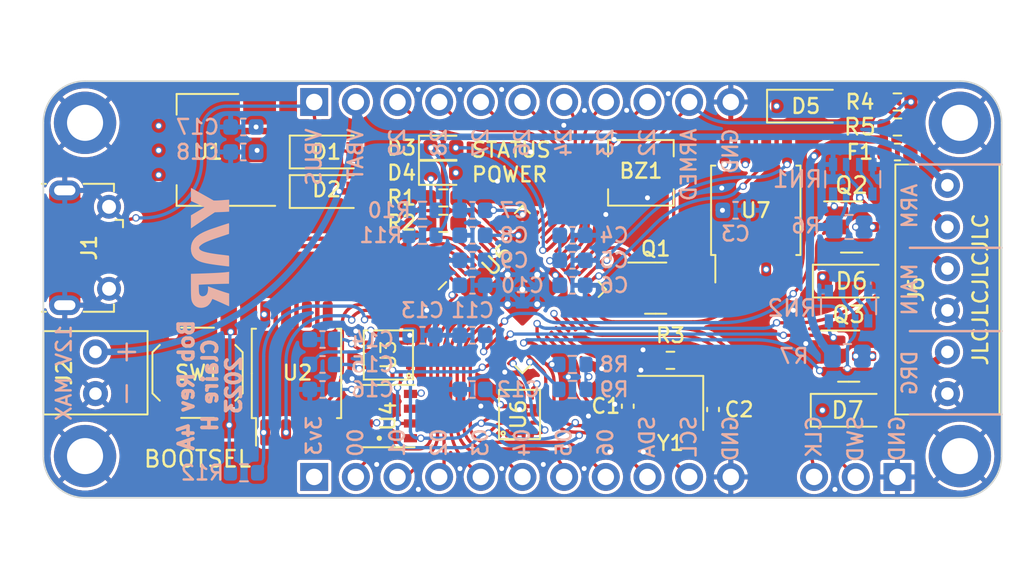
<source format=kicad_pcb>
(kicad_pcb (version 20221018) (generator pcbnew)
  (layers (0 "F.Cu" signal) (1 "In1.Cu" power) (2 "In2.Cu" power) (31 "B.Cu" signal) (34 "B.Paste" user) (35 "F.Paste" user) (36 "B.SilkS" user "B.Silkscreen") (37 "F.SilkS" user "F.Silkscreen") (38 "B.Mask" user) (39 "F.Mask" user) (44 "Edge.Cuts" user))
  (net 0 "")
  (net 1 "GND")
  (net 2 "+3V3")
  (net 3 "+1V1")
  (net 4 "VBUS")
  (net 5 "+BATT")
  (net 6 "QSPI_SS")
  (net 7 "Net-(BZ1-+)")
  (net 8 "QSPI_SD1")
  (net 9 "QSPI_SD2")
  (net 10 "QSPI_SD0")
  (net 11 "QSPI_SCLK")
  (net 12 "QSPI_SD3")
  (net 13 "I2C_SDA")
  (net 14 "I2C_SCL")
  (net 15 "GPIO2")
  (net 16 "GPIO3")
  (net 17 "SWCLK")
  (net 18 "SWD")
  (net 19 "GPIO0")
  (net 20 "GPIO1")
  (net 21 "USB_D+")
  (net 22 "USB_D-")
  (net 23 "GPIO4")
  (net 24 "GPIO26")
  (net 25 "GPIO27")
  (net 26 "GPIO28")
  (net 27 "GPIO29")
  (net 28 "Net-(C2-Pad2)")
  (net 29 "Net-(U5-XIN)")
  (net 30 "Net-(U3-C1)")
  (net 31 "Net-(U3-SETP)")
  (net 32 "Net-(U3-SETC)")
  (net 33 "QMI_INT2")
  (net 34 "QMI_INT1")
  (net 35 "GPIO5")
  (net 36 "GPIO6")
  (net 37 "Net-(D3-K)")
  (net 38 "Net-(D1-K)")
  (net 39 "Cont 1")
  (net 40 "Cont 2")
  (net 41 "GPIO22")
  (net 42 "Pyro 1")
  (net 43 "Pyro 2")
  (net 44 "GPIO23")
  (net 45 "Net-(D3-A)")
  (net 46 "Net-(D4-K)")
  (net 47 "Net-(D5-A)")
  (net 48 "QMC_DRDY")
  (net 49 "SPI_RX")
  (net 50 "SPI_CS")
  (net 51 "SPI_SCLK")
  (net 52 "SPI_TX")
  (net 53 "ARM")
  (net 55 "GPIO24")
  (net 56 "BUZZER")
  (net 57 "Net-(U5-USB_DM)")
  (net 58 "Net-(U5-USB_DP)")
  (net 59 "Net-(U5-XOUT)")
  (net 60 "Net-(R11-Pad1)")
  (net 62 "ARMED")
  (net 63 "Net-(Q2-D)")
  (net 64 "Net-(Q3-D)")
  (net 65 "Net-(RN1C-R3.1)")
  (net 66 "Net-(RN2C-R3.1)")
  (net 67 "Net-(J6-Pin_5)")
  (footprint "Diode_SMD:D_SOD-123" (layer "F.Cu") (at 31.242 22.098)
    (fp_text reference "D1")
    (fp_text value "B5819W SL")
  )
  (footprint "Resistor_SMD:R_0603_1608Metric" (layer "F.Cu") (at 66.04 19.05 180)
    (fp_text reference "R4")
    (fp_text value "3k6")
  )
  (footprint "Diode_SMD:D_SOD-123" (layer "F.Cu") (at 63.118 37.846)
    (fp_text reference "D7")
    (fp_text value "B5819W SL")
  )
  (footprint "Diode_SMD:D_SOD-123" (layer "F.Cu") (at 60.452 19.304)
    (fp_text reference "D5")
    (fp_text value "B5819W SL")
  )
  (footprint "Package_TO_SOT_SMD:SOT-23" (layer "F.Cu") (at 51.3 30.4)
    (fp_text reference "Q1")
    (fp_text value "AO3400A")
  )
  (footprint "YAR_Sensors:QMC5883L-LGA16" (layer "F.Cu") (at 35.0052 34.4732 90)
    (fp_text reference "U3")
    (fp_text value "QMC5883L" hide)
  )
  (footprint "LED_SMD:LED_0603_1608Metric" (layer "F.Cu") (at 38.354 21.844)
    (fp_text reference "D3")
    (fp_text value "GREEN")
  )
  (footprint "YAR_Connectors:ScrewTerm_2.54x02" (layer "F.Cu") (at 17.145 35.56 90)
    (fp_text reference "J2")
    (fp_text value "Screw Terminal, 2.54mm")
  )
  (footprint "YAR_Sensors:HP203B-LGA8" (layer "F.Cu") (at 35 38.2 90)
    (fp_text reference "U4")
    (fp_text value "HP203B")
  )
  (footprint "Capacitor_SMD:C_0402_1005Metric" (layer "F.Cu") (at 54.8 37.8 90)
    (fp_text reference "C2")
    (fp_text value "7p")
  )
  (footprint "MountingHole:MountingHole_2.2mm_M2_DIN965_Pad" (layer "F.Cu") (at 16.51 40.64)
    (fp_text reference "H2" hide)
    (fp_text value "MountingHole_Pad")
  )
  (footprint "Package_SO:SOIC-8_5.23x5.23mm_P1.27mm" (layer "F.Cu") (at 57.404 25.654 90)
    (fp_text reference "U7")
    (fp_text value "W25Q128JVSS")
  )
  (footprint "Diode_SMD:D_SOD-123" (layer "F.Cu") (at 31.242 24.511)
    (fp_text reference "D2")
    (fp_text value "B5819W SL")
  )
  (footprint "Resistor_SMD:R_0603_1608Metric" (layer "F.Cu") (at 52.2 34.8 180)
    (fp_text reference "R3")
    (fp_text value "1k")
  )
  (footprint "YAR_Connectors:ScrewTerm_2.54x06" (layer "F.Cu") (at 69.088 30.48 90)
    (fp_text reference "J6")
    (fp_text value "Conn_01x06_Pin")
  )
  (footprint "Package_TO_SOT_SMD:SOT-23" (layer "F.Cu") (at 63.0705 34.544)
    (fp_text reference "Q3")
    (fp_text value "AO3400A")
  )
  (footprint "MountingHole:MountingHole_2.2mm_M2_DIN965_Pad" (layer "F.Cu") (at 16.51 20.32)
    (fp_text reference "H1" hide)
    (fp_text value "MountingHole_Pad")
  )
  (footprint "Package_TO_SOT_SMD:SOT-23" (layer "F.Cu") (at 63.246 26.67)
    (fp_text reference "Q2")
    (fp_text value "AO3400A")
  )
  (footprint "Package_TO_SOT_SMD:SOT-223-3_TabPin2" (layer "F.Cu") (at 24.003 21.971 180)
    (fp_text reference "U1")
    (fp_text value "AMS1117-3.3")
  )
  (footprint "Resistor_SMD:R_0603_1608Metric" (layer "F.Cu") (at 66.04 20.574 180)
    (fp_text reference "R5")
    (fp_text value "3k6")
  )
  (footprint "LED_SMD:LED_0603_1608Metric" (layer "F.Cu") (at 38.354 23.368)
    (fp_text reference "D4")
    (fp_text value "RED")
  )
  (footprint "Connector_USB:USB_Micro-B_Molex-105017-0001" (layer "F.Cu") (at 16.51 27.94 -90)
    (fp_text reference "J1")
    (fp_text value "Micro USB Female")
  )
  (footprint "Connector_PinHeader_2.54mm:PinHeader_1x03_P2.54mm_Vertical" (layer "F.Cu") (at 66.04 41.91 -90)
    (fp_text reference "J5" hide)
    (fp_text value "Conn_01x03_Male")
  )
  (footprint "MountingHole:MountingHole_2.2mm_M2_DIN965_Pad" (layer "F.Cu") (at 69.85 20.32)
    (fp_text reference "H3" hide)
    (fp_text value "MountingHole_Pad")
  )
  (footprint "Package_SO:SOIC-8_5.23x5.23mm_P1.27mm" (layer "F.Cu") (at 29.4 35.6 90)
    (fp_text reference "U2")
    (fp_text value "W25Q128JVSS")
  )
  (footprint "Resistor_SMD:R_0603_1608Metric_Pad0.98x0.95mm_HandSolder" (layer "F.Cu") (at 38.354 26.45 180)
    (fp_text reference "R2")
    (fp_text value "27")
  )
  (footprint "Diode_SMD:D_SOD-123" (layer "F.Cu") (at 63.246 29.972)
    (fp_text reference "D6")
    (fp_text value "B5819W SL")
  )
  (footprint "MountingHole:MountingHole_2.2mm_M2_DIN965_Pad" (layer "F.Cu") (at 69.85 40.64)
    (fp_text reference "H4" hide)
    (fp_text value "MountingHole_Pad")
  )
  (footprint "Crystal:Crystal_SMD_3225-4Pin_3.2x2.5mm" (layer "F.Cu") (at 52.2 37.4 180)
    (fp_text reference "Y1")
    (fp_text value "12MHz")
  )
  (footprint "YAR_other:Cy-SMD-4020-3040" (layer "F.Cu") (at 50.4 23.368)
    (fp_text reference "BZ1")
    (fp_text value "Buzzer")
  )
  (footprint "Capacitor_SMD:C_0402_1005Metric" (layer "F.Cu") (at 49.6 37.6 -90)
    (fp_text reference "C1")
    (fp_text value "7p")
  )
  (footprint "Connector_PinHeader_2.54mm:PinHeader_1x11_P2.54mm_Vertical" (layer "F.Cu") (at 30.48 41.91 90)
    (fp_text reference "J4" hide)
    (fp_text value "GPIO (Optional)")
  )
  (footprint "Resistor_SMD:R_0603_1608Metric_Pad0.98x0.95mm_HandSolder" (layer "F.Cu") (at 38.354 24.9 180)
    (fp_text reference "R1")
    (fp_text value "27")
  )
  (footprint "Connector_PinHeader_2.54mm:PinHeader_1x11_P2.54mm_Vertical" (layer "F.Cu") (at 30.48 19.05 90)
    (fp_text reference "J3" hide)
    (fp_text value "GPIO (Optional)")
  )
  (footprint "YAR_Sensors:QMI8658C-LGA14" (layer "F.Cu") (at 43 38.1 -90)
    (fp_text reference "U6")
    (fp_text value "QMI8658C")
  )
  (footprint "YAR_MCU:RP2040-QFN-56" (layer "F.Cu") (at 43.175938 30.48 45)
    (fp_text reference "U5")
    (fp_text value "RP2040")
  )
  (footprint "Fuse:Fuse_0603_1608Metric" (layer "F.Cu") (at 66.04 22.098 180)
    (fp_text reference "F1")
    (fp_text value "Polyfuse")
  )
  (footprint "Button_Switch_SMD:SW_SPST_TL3342" (layer "F.Cu") (at 23.368 35.56 90)
    (fp_text reference "SW1")
    (fp_text value "Bootsel")
  )
  (footprint "Resistor_SMD:R_0603_1608Metric" (layer "B.Cu") (at 37.084 25.654)
    (fp_text reference "R10")
    (fp_text value "220")
  )
  (footprint "Capacitor_SMD:C_0603_1608Metric" (layer "B.Cu") (at 46.228 28.702)
    (fp_text reference "C5")
    (fp_text value "100n")
  )
  (footprint "Capacitor_SMD:C_0603_1608Metric" (layer "B.Cu") (at 26.162 22.098 180)
    (fp_text reference "C18")
    (fp_text value "10u")
  )
  (footprint "Resistor_SMD:R_0603_1608Metric" (layer "B.Cu") (at 46.228 36.576)
    (fp_text reference "R9")
    (fp_text value "3k6")
  )
  (footprint "Capacitor_SMD:C_0603_1608Metric" (layer "B.Cu") (at 46.228 30.226)
    (fp_text reference "C6")
    (fp_text value "100n")
  )
  (footprint "Capacitor_SMD:C_0603_1608Metric" (layer "B.Cu") (at 40.132 30.226)
    (fp_text reference "C10")
    (fp_text value "100n")
  )
  (footprint "Capacitor_SMD:C_0603_1608Metric" (layer "B.Cu") (at 30.988 36.576 180)
    (fp_text reference "C16")
    (fp_text value "100n")
  )
  (footprint "Capacitor_SMD:C_0603_1608Metric" (layer "B.Cu") (at 37.084 33.274)
    (fp_text reference "C13")
    (fp_text value "100n")
  )
  (footprint "Capacitor_SMD:C_0603_1608Metric" (layer "B.Cu") (at 26.162 20.574 180)
    (fp_text reference "C17")
    (fp_text value "10u")
  )
  (footprint "Capacitor_SMD:C_0603_1608Metric" (layer "B.Cu") (at 30.988 33.528)
    (fp_text reference "C14")
    (fp_text value "4.7u")
  )
  (footprint "Capacitor_SMD:C_0603_1608Metric" (layer "B.Cu") (at 40.132 36.576 180)
    (fp_text reference "C12")
    (fp_text value "100n")
  )
  (footprint "Capacitor_SMD:C_0603_1608Metric" (layer "B.Cu") (at 46.228 27.178)
    (fp_text reference "C4")
    (fp_text value "100n")
  )
  (footprint "YAR_Logos:yar_new" (layer "B.Cu") (at 24.13 27.94 -90)
    (fp_text reference "YAR" hide)
    (fp_text value "LOGO" hide)
  )
  (footprint "Resistor_SMD:R_0603_1608Metric" (layer "B.Cu") (at 37.084 27.178 180)
    (fp_text reference "R11")
    (fp_text value "220")
  )
  (footprint "Resistor_SMD:R_Array_Convex_4x0603" (layer "B.Cu") (at 63.062 31.496 -90)
    (fp_text reference "RN2")
    (fp_text value "10k")
  )
  (footprint "Capacitor_SMD:C_0603_1608Metric" (layer "B.Cu") (at 40.132 33.274 180)
    (fp_text reference "C11")
    (fp_text value "100n")
  )
  (footprint "Capacitor_SMD:C_0603_1608Metric" (layer "B.Cu") (at 30.988 35.052)
    (fp_text reference "C15")
    (fp_text value "220n")
  )
  (footprint "Resistor_SMD:R_0603_1608Metric" (layer "B.Cu") (at 46.228 35.052)
    (fp_text reference "R8")
    (fp_text value "3k6")
  )
  (footprint "Capacitor_SMD:C_0603_1608Metric" (layer "B.Cu") (at 40.132 25.654 180)
    (fp_text reference "C7")
    (fp_text value "1u")
  )
  (footprint "Resistor_SMD:R_0603_1608Metric" (layer "B.Cu") (at 26.2 41.656)
    (fp_text reference "R12")
    (fp_text value "1k")
  )
  (footprint "Resistor_SMD:R_0805_2012Metric" (layer "B.Cu") (at 62.992 34.544)
    (fp_text reference "R7")
    (fp_text value "4")
  )
  (footprint "Resistor_SMD:R_Array_Convex_4x0603" (layer "B.Cu") (at 63.316 23.76 -90)
    (fp_text reference "RN1")
    (fp_text value "10k")
  )
  (footprint "Capacitor_SMD:C_0603_1608Metric" (layer "B.Cu") (at 56.173 25.654)
    (fp_text reference "C3")
    (fp_text value "100n")
  )
  (footprint "Capacitor_SMD:C_0603_1608Metric" (layer "B.Cu") (at 40.132 27.178 180)
    (fp_text reference "C8")
    (fp_text value "1u")
  )
  (footprint "Resistor_SMD:R_0805_2012Metric" (layer "B.Cu") (at 63.0955 26.67)
    (fp_text reference "R6")
    (fp_text value "4")
  )
  (footprint "Capacitor_SMD:C_0603_1608Metric" (layer "B.Cu") (at 40.132 28.702 180)
    (fp_text reference "C9")
    (fp_text value "100n")
  )
  (gr_line (start 66.802 38.1) (end 72.39 38.1) (stroke (width 0.15)) (layer "B.SilkS"))
  (gr_line (start 66.802 27.94) (end 72.39 27.94) (stroke (width 0.15)) (layer "B.SilkS"))
  (gr_line (start 66.802 33.02) (end 72.39 33.02) (stroke (width 0.15)) (layer "B.SilkS"))
  (gr_line (start 19.558 34.29) (end 18.796 34.29) (stroke (width 0.15)) (layer "B.SilkS"))
  (gr_line (start 19.05 33.782) (end 19.05 34.798) (stroke (width 0.15)) (layer "B.SilkS"))
  (gr_line (start 19.05 36.322) (end 19.05 37.338) (stroke (width 0.15)) (layer "B.SilkS"))
  (gr_line (start 18.796 34.29) (end 18.542 34.29) (stroke (width 0.15)) (layer "B.SilkS"))
  (gr_line (start 66.802 22.86) (end 72.39 22.86) (stroke (width 0.15)) (layer "B.SilkS"))
  (gr_arc (start 69.85 17.78) (mid 71.646051 18.523949) (end 72.39 20.32) (stroke (width 0.1)) (layer "Edge.Cuts"))
  (gr_arc (start 16.51 43.18) (mid 14.713949 42.436051) (end 13.97 40.64) (stroke (width 0.1)) (layer "Edge.Cuts"))
  (gr_line (start 72.39 20.32) (end 72.39 40.64) (stroke (width 0.1)) (layer "Edge.Cuts"))
  (gr_arc (start 13.97 20.32) (mid 14.713949 18.523949) (end 16.51 17.78) (stroke (width 0.1)) (layer "Edge.Cuts"))
  (gr_arc (start 72.39 40.64) (mid 71.646051 42.436051) (end 69.85 43.18) (stroke (width 0.1)) (layer "Edge.Cuts"))
  (gr_line (start 13.97 40.64) (end 13.97 20.32) (stroke (width 0.1)) (layer "Edge.Cuts"))
  (gr_line (start 16.51 17.78) (end 69.85 17.78) (stroke (width 0.1)) (layer "Edge.Cuts"))
  (gr_line (start 69.85 43.18) (end 16.51 43.18) (stroke (width 0.1)) (layer "Edge.Cuts"))
  (gr_text "SCL" (at 53.848 38.1 90) (layer "B.SilkS") (effects (font (size 0.9 0.9) (thickness 0.15) bold) (justify left bottom mirror)))
  (gr_text "06" (at 48.768 38.862 90) (layer "B.SilkS") (effects (font (size 0.9 0.9) (thickness 0.15) bold) (justify left bottom mirror)))
  (gr_text "04" (at 43.688 38.862 90) (layer "B.SilkS") (effects (font (size 0.9 0.9) (thickness 0.15) bold) (justify left bottom mirror)))
  (gr_text "3v3" (at 30.988 38.1 90) (layer "B.SilkS") (effects (font (size 0.9 0.9) (thickness 0.15) bold) (justify left bottom mirror)))
  (gr_text "27" (at 41.148 20.574 90) (layer "B.SilkS") (effects (font (size 0.9 0.9) (thickness 0.15) bold) (justify left bottom mirror)))
  (gr_text "SDA" (at 51.308 38.1 90) (layer "B.SilkS") (effects (font (size 0.9 0.9) (thickness 0.15) bold) (justify left bottom mirror)))
  (gr_text "02" (at 38.608 38.862 90) (layer "B.SilkS") (effects (font (size 0.9 0.9) (thickness 0.15) bold) (justify left bottom mirror)))
  (gr_text "22" (at 51.308 20.574 90) (layer "B.SilkS") (effects (font (size 0.9 0.9) (thickness 0.15) bold) (justify left bottom mirror)))
  (gr_text "VBUS" (at 30.988 20.574 90) (layer "B.SilkS") (effects (font (size 0.9 0.9) (thickness 0.15) bold) (justify left bottom mirror)))
  (gr_text "VBAT" (at 33.528 20.574 90) (layer "B.SilkS") (effects (font (size 0.9 0.9) (thickness 0.15) bold) (justify left bottom mirror)))
  (gr_text "23" (at 48.768 20.574 90) (layer "B.SilkS") (effects (font (size 0.9 0.9) (thickness 0.15) bold) (justify left bottom mirror)))
  (gr_text "Bob Rev 4A\nClaire H\n2023" (at 24.13 36.322 90) (layer "B.SilkS") (effects (font (size 0.9 0.9) (thickness 0.225) bold) (justify mirror)))
  (gr_text "GND" (at 66.548 38.1 90) (layer "B.SilkS") (effects (font (size 0.9 0.9) (thickness 0.15) bold) (justify left bottom mirror)))
  (gr_text "12V MAX" (at 15.748 35.56 90) (layer "B.SilkS") (effects (font (size 0.9 0.9)) (justify bottom mirror)))
  (gr_text "28" (at 38.608 20.574 90) (layer "B.SilkS") (effects (font (size 0.9 0.9) (thickness 0.15) bold) (justify left bottom mirror)))
  (gr_text "03" (at 41.148 38.862 90) (layer "B.SilkS") (effects (font (size 0.9 0.9) (thickness 0.15) bold) (justify left bottom mirror)))
  (gr_text "DRG" (at 67.31 35.56 90) (layer "B.SilkS") (effects (font (size 0.9 0.9) (thickness 0.15) bold) (justify bottom mirror)))
  (gr_text "ARMED" (at 53.848 20.574 90) (layer "B.SilkS") (effects (font (size 0.9 0.9) (thickness 0.15) bold) (justify left bottom mirror)))
  (gr_text "26\n" (at 43.688 20.574 90) (layer "B.SilkS") (effects (font (size 0.9 0.9) (thickness 0.15) bold) (justify left bottom mirror)))
  (gr_text "CLK" (at 61.468 38.1 90) (layer "B.SilkS") (effects (font (size 0.9 0.9) (thickness 0.15) bold) (justify left bottom mirror)))
  (gr_text "ARM" (at 67.31 25.4 90) (layer "B.SilkS") (effects (font (size 0.9 0.9) (thickness 0.15) bold) (justify bottom mirror)))
  (gr_text "GND" (at 56.388 38.1 90) (layer "B.SilkS") (effects (font (size 0.9 0.9) (thickness 0.15) bold) (justify left bottom mirror)))
  (gr_text "00" (at 33.528 38.862 90) (layer "B.SilkS") (effects (font (size 0.9 0.9) (thickness 0.15) bold) (justify left bottom mirror)))
  (gr_text "24" (at 46.228 20.574 90) (layer "B.SilkS") (effects (font (size 0.9 0.9) (thickness 0.15) bold) (justify left bottom mirror)))
  (gr_text "SWD" (at 64.008 38.1 90) (layer "B.SilkS") (effects (font (size 0.9 0.9) (thickness 0.15) bold) (justify left bottom mirror)))
  (gr_text "29" (at 36.068 20.574 90) (layer "B.SilkS") (effects (font (size 0.9 0.9) (thickness 0.15) bold) (justify left bottom mirror)))
  (gr_text "GND" (at 56.388 20.574 90) (layer "B.SilkS") (effects (font (size 0.9 0.9) (thickness 0.15) bold) (justify left bottom mirror)))
  (gr_text "05" (at 46.228 38.862 90) (layer "B.SilkS") (effects (font (size 0.9 0.9) (thickness 0.15) bold) (justify left bottom mirror)))
  (gr_text "01" (at 36.068 38.862 90) (layer "B.SilkS") (effects (font (size 0.9 0.9) (thickness 0.15) bold) (justify left bottom mirror)))
  (gr_text "MAIN" (at 67.31 30.48 90) (layer "B.SilkS") (effects (font (size 0.9 0.9) (thickness 0.15) bold) (justify bottom mirror)))
  (gr_text "POWER" (at 40 24) (layer "F.SilkS") (effects (font (size 0.9 0.9) (thickness 0.15) bold) (justify left bottom)))
  (gr_text "BOOTSEL" (at 23.368 41.402) (layer "F.SilkS") (effects (font (size 1 1) (thickness 0.15) bold) (justify bottom)))
  (gr_text "JLCJLCJLCJLC" (at 71.628 30.48 90) (layer "F.SilkS") (effects (font (size 0.9 0.9) (thickness 0.15) bold) (justify bottom)))
  (gr_text "STATUS" (at 40 22.5) (layer "F.SilkS") (effects (font (size 0.9 0.9) (thickness 0.15) bold) (justify left bottom)))
  (segment (start 45.52 34.24) (end 45.574731 34.294731) (width 0.2) (layer "F.Cu") (net 1))
  (segment (start 45.018478 33.732691) (end 45.448969 34.163182) (width 0.2) (layer "F.Cu") (net 1))
  (segment (start 45.453061 34.173061) (end 45.52 34.24) (width 0.2) (layer "F.Cu") (net 1))
  (via (at 48.81 37.48) (size 0.45) (drill 0.3) (layers "F.Cu" "B.Cu") (net 1))
  (via (at 41.91 41.402) (size 0.45) (drill 0.3) (layers "F.Cu" "B.Cu") (net 1))
  (via (at 44.45 41.148) (size 0.45) (drill 0.3) (layers "F.Cu" "B.Cu") (net 1))
  (via (at 36.83 42.672) (size 0.45) (drill 0.3) (layers "F.Cu" "B.Cu") (net 1))
  (via (at 43.688 22.098) (size 0.45) (drill 0.3) (layers "F.Cu" "B.Cu") (net 1))
  (via (at 49.53 19.558) (size 0.45) (drill 0.3) (layers "F.Cu" "B.Cu") (net 1))
  (via (at 37.338 31.75) (size 0.45) (drill 0.3) (layers "F.Cu" "B.Cu") (net 1))
  (via (at 45.7 20.47) (size 0.45) (drill 0.3) (layers "F.Cu" "B.Cu") (net 1))
  (via (at 33.02 33.02) (size 0.45) (drill 0.3) (layers "F.Cu" "B.Cu") (net 1))
  (via (at 39.37 41.402) (size 0.45) (drill 0.3) (layers "F.Cu" "B.Cu") (net 1))
  (via (at 32.79 35.92) (size 0.45) (drill 0.3) (layers "F.Cu" "B.Cu") (net 1))
  (via (at 50.4 35.4) (size 0.45) (drill 0.3) (layers "F.Cu" "B.Cu") (net 1))
  (via (at 48.26 25.908) (size 0.45) (drill 0.3) (layers "F.Cu" "B.Cu") (net 1))
  (via (at 36.83 18.288) (size 0.45) (drill 0.3) (layers "F.Cu" "B.Cu") (net 1))
  (via (at 59.69 31.75) (size 0.45) (drill 0.3) (layers "F.Cu" "B.Cu") (net 1))
  (via (at 43 37.8) (size 0.45) (drill 0.3) (layers "F.Cu" "B.Cu") (net 1))
  (via (at 62.23 42.672) (size 0.45) (drill 0.3) (layers "F.Cu" "B.Cu") (net 1))
  (via (at 48.006 35.306) (size 0.45) (drill 0.3) (layers "F.Cu" "B.Cu") (net 1))
  (via (at 52.07 18.542) (size 0.45) (drill 0.3) (layers "F.Cu" "B.Cu") (net 1))
  (via (at 41.91 18.288) (size 0.45) (drill 0.3) (layers "F.Cu" "B.Cu") (net 1))
  (via (at 50.53 34.16) (size 0.45) (drill 0.3) (layers "F.Cu" "B.Cu") (net 1))
  (via (at 45.974 35.814) (size 0.45) (drill 0.3) (layers "F.Cu" "B.Cu") (net 1))
  (via (at 50.8 24.892) (size 0.45) (drill 0.3) (layers "F.Cu" "B.Cu") (net 1))
  (via (at 39.37 18.288) (size 0.45) (drill 0.3) (layers "F.Cu" "B.Cu") (net 1))
  (via (at 55.33 24.3) (size 0.45) (drill 0.3) (layers "F.Cu" "B.Cu") (net 1))
  (via (at 46.94 41.4) (size 0.45) (drill 0.3) (layers "F.Cu" "B.Cu") (net 1))
  (via (at 47.2 38.2) (size 0.45) (drill 0.3) (layers "F.Cu" "B.Cu") (net 1))
  (via (at 41.656 23.876) (size 0.45) (drill 0.3) (layers "F.Cu" "B.Cu") (net 1))
  (via (at 46.96 19.57) (size 0.45) (drill 0.3) (layers "F.Cu" "B.Cu") (net 1))
  (via (at 48.514 40.386) (size 0.45) (drill 0.3) (layers "F.Cu" "B.Cu") (net 1))
  (via (at 40.64 37.592) (size 0.45) (drill 0.3) (layers "F.Cu" "B.Cu") (net 1))
  (via (at 50.546 40.386) (size 0.45) (drill 0.3) (layers "F.Cu" "B.Cu") (net 1))
  (via (at 34.29 41.148) (size 0.45) (drill 0.3) (layers "F.Cu" "B.Cu") (net 1))
  (via (at 42.1 35.52) (size 0.45) (drill 0.3) (layers "F.Cu" "B.Cu") (net 1))
  (via (at 60.452 33.782) (size 0.45) (drill 0.3) (layers "F.Cu" "B.Cu") (net 1))
  (arc (start 45.574731 34.294731) (mid 45.815465 34.655016) (end 45.9 35.08) (width 0.2) (layer "F.Cu") (net 1))
  (arc (start 45.448969 34.163182) (mid 45.450032 34.168528) (end 45.453061 34.173061) (width 0.2) (layer "F.Cu") (net 1))
  (segment (start 40.809567 34.260584) (end 41.33746 33.732691) (width 0.2) (layer "F.Cu") (net 2))
  (segment (start 45.1 32.121219) (end 45.1 31.95) (width 0.2) (layer "F.Cu") (net 2))
  (segment (start 44.06 36.269915) (end 43.79661 36.533305) (width 0.2) (layer "F.Cu") (net 2))
  (segment (start 43.75 36.785529) (end 43.75 36.95) (width 0.2) (layer "F.Cu") (net 2))
  (segment (start 45.862944 32.884163) (end 45.1 32.121219) (width 0.2) (layer "F.Cu") (net 2))
  (segment (start 45.456225 29.033775) (end 45.880662 29.458212) (width 0.2) (layer "F.Cu") (net 2))
  (segment (start 33.692 38.608) (end 33.65 38.65) (width 0.2) (layer "F.Cu") (net 2))
  (segment (start 36.309 33.274) (end 36.309 33.707562) (width 0.2) (layer "F.Cu") (net 2))
  (segment (start 36.35 36.85) (end 36.87879 36.85) (width 0.2) (layer "F.Cu") (net 2))
  (segment (start 44.06 36.24) (end 44.06 36.269915) (width 0.2) (layer "F.Cu") (net 2))
  (segment (start 46.032106 29.042107) (end 46.432691 28.641522) (width 0.2) (layer "F.Cu") (net 2))
  (segment (start 40.809567 34.267892) (end 40.809567 34.260584) (width 0.2) (layer "F.Cu") (net 2))
  (segment (start 46.229874 30.532259) (end 46.229874 30.681534) (width 0.2) (layer "F.Cu") (net 2))
  (segment (start 34.29 38.608) (end 33.692 38.608) (width 0.2) (layer "F.Cu") (net 2))
  (segment (start 46.506955 31.261371) (end 46.998377 31.752792) (width 0.2) (layer "F.Cu") (net 2))
  (segment (start 45.366315 28.943864) (end 45.456225 29.033775) (width 0.2) (layer "F.Cu") (net 2))
  (segment (start 46.425757 28.648457) (end 46.032106 29.042107) (width 0.2) (layer "F.Cu") (net 2))
  (via (at 41.8255 37.4945) (size 0.45) (drill 0.3) (layers "F.Cu" "B.Cu") (net 2))
  (via (at 41.402 25.654) (size 0.45) (drill 0.3) (layers "F.Cu" "B.Cu") (net 2))
  (via (at 47.22 35.8) (size 0.45) (drill 0.3) (layers "F.Cu" "B.Cu") (net 2))
  (via (at 39.116 23.368) (size 0.45) (drill 0.3) (layers "F.Cu" "B.Cu") (net 2))
  (via (at 58.674 19.304) (size 0.45) (drill 0.3) (layers "F.Cu" "B.Cu") (net 2))
  (via (at 34.29 38.608) (size 0.45) (drill 0.3) (layers "F.Cu" "B.Cu") (net 2))
  (via (at 43.18 25.908) (size 0.45) (drill 0.3) (layers "F.Cu" "B.Cu") (net 2))
  (via (at 32.766 36.576) (size 0.45) (drill 0.3) (layers "F.Cu" "B.Cu") (net 2))
  (via (at 44.85 28.73) (size 0.45) (drill 0.3) (layers "F.Cu" "B.Cu") (net 2))
  (via (at 56.769 22.86) (size 0.45) (drill 0.3) (layers "F.Cu" "B.Cu") (net 2))
  (via (at 21 20.5) (size 0.45) (drill 0.3) (layers "F.Cu" "B.Cu") (net 2))
  (via (at 55.499 22.86) (size 0.45) (drill 0.3) (layers "F.Cu" "B.Cu") (net 2))
  (via (at 36.309 33.274) (size 0.45) (drill 0.3) (layers "F.Cu" "B.Cu") (net 2))
  (via (at 36.9995 36.8) (size 0.45) (drill 0.3) (layers "F.Cu" "B.Cu") (net 2))
  (via (at 45.1 31.95) (size 0.45) (drill 0.3) (layers "F.Cu" "B.Cu") (net 2))
  (via (at 55.372 25.654) (size 0.45) (drill 0.3) (layers "F.Cu" "B.Cu") (net 2))
  (via (at 27.432 32.004) (size 0.45) (drill 0.3) (layers "F.Cu" "B.Cu") (net 2))
  (via (at 21 23.5) (size 0.45) (drill 0.3) (layers "F.Cu" "B.Cu") (net 2))
  (via (at 41.402 28.146607) (size 0.45) (drill 0.3) (layers "F.Cu" "B.Cu") (net 2))
  (via (at 61.468 29.718) (size 0.45) (drill 0.3) (layers "F.Cu" "B.Cu") (net 2))
  (via (at 61.468 37.846) (size 0.45) (drill 0.3) (layers "F.Cu" "B.Cu") (net 2))
  (via (at 44.06 36.24) (size 0.45) (drill 0.3) (layers "F.Cu" "B.Cu") (net 2))
  (via (at 38.890102 30.82) (size 0.45) (drill 0.3) (layers "F.Cu" "B.Cu") (net 2))
  (via (at 21 22) (size 0.45) (drill 0.3) (layers "F.Cu" "B.Cu") (net 2))
  (via (at 58.039 29.254) (size 0.45) (drill 0.3) (layers "F.Cu" "B.Cu") (net 2))
  (via (at 40.809567 34.267892) (size 0.45) (drill 0.3) (layers "F.Cu" "B.Cu") (net 2))
  (via (at 27 22) (size 0.45) (drill 0.3) (layers "F.Cu" "B.Cu") (net 2))
  (arc (start 43.79661 36.533305) (mid 43.762591 36.657639) (end 43.75 36.785529) (width 0.2) (layer "F.Cu") (net 2))
  (arc (start 45.890567 29.383812) (mid 45.927352 29.198883) (end 46.032106 29.042107) (width 0.2) (layer "F.Cu") (net 2))
  (arc (start 46.229874 30.681534) (mid 46.319436 30.995124) (end 46.506955 31.261371) (width 0.2) (layer "F.Cu") (net 2))
  (arc (start 44.85 28.73) (mid 45.129427 28.785582) (end 45.366315 28.943864) (width 0.2) (layer "F.Cu") (net 2))
  (arc (start 46.428629 28.641522) (mid 46.427882 28.645275) (end 46.425757 28.648457) (width 0.2) (layer "F.Cu") (net 2))
  (arc (start 45.862944 32.884163) (mid 45.86272 32.883037) (end 45.862082 32.882082) (width 0.2) (layer "F.Cu") (net 2))
  (arc (start 36.87879 36.85) (mid 36.944118 36.837005) (end 36.9995 36.8) (width 0.2) (layer "F.Cu") (net 2))
  (arc (start 45.880662 29.458212) (mid 46.139212 29.96814) (end 46.229874 30.532259) (width 0.2) (layer "F.Cu") (net 2))
  (segment (start 47.053 36.576) (end 47.053 35.240801) (width 0.2) (layer "B.Cu") (net 2))
  (segment (start 40.907 25.654) (end 41.402 25.654) (width 0.2) (layer "B.Cu") (net 2))
  (segment (start 40.809567 34.267892) (end 40.809567 33.625433) (width 0.2) (layer "B.Cu") (net 2))
  (segment (start 41.402 25.654) (end 42.56679 25.654) (width 0.2) (layer "B.Cu") (net 2))
  (segment (start 38.892225 30.817877) (end 38.890102 30.82) (width 0.2) (layer "B.Cu") (net 2))
  (segment (start 45.454922 28.705078) (end 45.454922 28.249474) (width 0.2) (layer "B.Cu") (net 2))
  (segment (start 31.763 36.576) (end 32.766 36.576) (width 0.2) (layer "B.Cu") (net 2))
  (segment (start 41.8255 37.4945) (end 40.907 36.576) (width 0.2) (layer "B.Cu") (net 2))
  (segment (start 39.357 30.226) (end 39.069499 30.513501) (width 0.2) (layer "B.Cu") (net 2))
  (segment (start 45.453 28.100985) (end 45.453 27.178) (width 0.2) (layer "B.Cu") (net 2))
  (segment (start 38.892225 30.805352) (end 38.892225 30.817877) (width 0.2) (layer "B.Cu") (net 2))
  (arc (start 39.069499 30.513501) (mid 38.96382 30.648918) (end 38.892225 30.805352) (width 0.2) (layer "B.Cu") (net 2))
  (arc (start 42.56679 25.654) (mid 42.898656 25.720013) (end 43.18 25.908) (width 0.2) (layer "B.Cu") (net 2))
  (arc (start 45.454922 28.249474) (mid 45.45404 28.175196) (end 45.453 28.100985) (width 0.2) (layer "B.Cu") (net 2))
  (via (at 42.926 27.178) (size 0.45) (drill 0.3) (layers "F.Cu" "B.Cu") (net 3))
  (via (at 45.19 29.61) (size 0.45) (drill 0.3) (layers "F.Cu" "B.Cu") (net 3))
  (segment (start 40.907 27.178) (end 42.926 27.178) (width 0.2) (layer "B.Cu") (net 3))
  (via (at 19.6125 26.1175) (size 0.45) (drill 0.3) (layers "F.Cu" "B.Cu") (net 4))
  (arc (start 18.4475 26.64) (mid 18.976957 26.286228) (end 19.601494 26.162) (width 0.2) (layer "F.Cu") (net 4))
  (arc (start 32.892 22.098) (mid 31.186458 21.391542) (end 30.48 19.686) (width 0.2) (layer "F.Cu") (net 4))
  (segment (start 19.6125 26.1175) (end 20.1105 26.1175) (width 0.2) (layer "B.Cu") (net 4))
  (segment (start 25.146 19.304) (end 30.226 19.304) (width 0.2) (layer "B.Cu") (net 4))
  (segment (start 23.622 22.606) (end 23.622 20.828) (width 0.2) (layer "B.Cu") (net 4))
  (arc (start 20.1105 26.1175) (mid 22.593505 25.089005) (end 23.622 22.606) (width 0.2) (layer "B.Cu") (net 4))
  (arc (start 23.622 20.828) (mid 24.068369 19.750369) (end 25.146 19.304) (width 0.2) (layer "B.Cu") (net 4))
  (segment (start 32 24.5) (end 32.865444 24.5) (width 0.4) (layer "F.Cu") (net 5))
  (segment (start 48.4 22.22443) (end 48.4 23.368) (width 0.4) (layer "F.Cu") (net 5))
  (via (at 32 24.5) (size 0.45) (drill 0.3) (layers "F.Cu" "B.Cu") (net 5))
  (via (at 48.768 21.336) (size 0.45) (drill 0.3) (layers "F.Cu" "B.Cu") (net 5))
  (arc (start 48.4 22.22443) (mid 48.49564 21.743616) (end 48.768 21.336) (width 0.4) (layer "F.Cu") (net 5))
  (segment (start 32.915927 20.828) (end 33.261927 21.174) (width 0.4) (layer "B.Cu") (net 5))
  (segment (start 68.356816 23.398815) (end 69.088 24.13) (width 0.4) (layer "B.Cu") (net 5))
  (segment (start 17.145 34.29) (end 17.780003 34.29) (width 0.4) (layer "B.Cu") (net 5))
  (segment (start 35.144 21.174) (end 35.56 21.174) (width 0.4) (layer "B.Cu") (net 5))
  (segment (start 33.261927 21.174) (end 35.56 21.174) (width 0.4) (layer "B.Cu") (net 5))
  (segment (start 32.966991 20.32) (end 33.361052 20.32) (width 0.4) (layer "B.Cu") (net 5))
  (segment (start 35.56 21.174) (end 62.985636 21.174) (width 0.4) (layer "B.Cu") (net 5))
  (segment (start 35.144 21.174) (end 34.379217 21.174) (width 0.4) (layer "B.Cu") (net 5))
  (arc (start 17.780003 34.29) (mid 28.556308 29.826308) (end 33.02 19.05) (width 0.4) (layer "B.Cu") (net 5))
  (arc (start 34.379217 21.174) (mid 33.50382 21.348127) (end 32.761694 21.844) (width 0.4) (layer "B.Cu") (net 5))
  (arc (start 33.361052 20.32) (mid 33.42494 20.332708) (end 33.479102 20.368898) (width 0.4) (layer "B.Cu") (net 5))
  (arc (start 62.985636 21.174) (mid 65.892497 21.752211) (end 68.356816 23.398815) (width 0.4) (layer "B.Cu") (net 5))
  (arc (start 33.02 19.05) (mid 33.642105 20.551895) (end 35.144 21.174) (width 0.4) (layer "B.Cu") (net 5))
  (segment (start 36.88127 30.80442) (end 38.20486 29.48083) (width 0.2) (layer "F.Cu") (net 6))
  (segment (start 33.55 32.32) (end 33.70844 32.16156) (width 0.2) (layer "F.Cu") (net 6))
  (segment (start 33.70844 32.16156) (end 34.134277 32.16156) (width 0.2) (layer "F.Cu") (net 6))
  (segment (start 38.45 29.45) (end 38.756597 29.756598) (width 0.2) (layer "F.Cu") (net 6))
  (via (at 27.4 39.2) (size 0.45) (drill 0.3) (layers "F.Cu" "B.Cu") (net 6))
  (via (at 33.55 32.32) (size 0.45) (drill 0.3) (layers "F.Cu" "B.Cu") (net 6))
  (arc (start 34.134277 32.16156) (mid 35.619465 31.708631) (end 36.88127 30.80442) (width 0.2) (layer "F.Cu") (net 6))
  (arc (start 38.795938 29.772893) (mid 38.774647 29.768658) (end 38.756597 29.756598) (width 0.2) (layer "F.Cu") (net 6))
  (arc (start 38.20486 29.48083) (mid 38.294391 29.421007) (end 38.4 29.4) (width 0.2) (layer "F.Cu") (net 6))
  (segment (start 27.4 39.2) (end 27.4 40.75067) (width 0.2) (layer "B.Cu") (net 6))
  (segment (start 32.668506 31.496) (end 30.458405 31.496) (width 0.2) (layer "B.Cu") (net 6))
  (segment (start 27.4 34.554405) (end 27.4 39.2) (width 0.2) (layer "B.Cu") (net 6))
  (segment (start 33.55 32.32) (end 33.55 32.301126) (width 0.2) (layer "B.Cu") (net 6))
  (arc (start 33.33 31.77) (mid 33.026504 31.56721) (end 32.668506 31.496) (width 0.2) (layer "B.Cu") (net 6))
  (arc (start 30.458405 31.496) (mid 28.295786 32.391786) (end 27.4 34.554405) (width 0.2) (layer "B.Cu") (net 6))
  (arc (start 33.55 32.301126) (mid 33.492824 32.013683) (end 33.33 31.77) (width 0.2) (layer "B.Cu") (net 6))
  (arc (start 27.4 40.75067) (mid 27.302541 41.240631) (end 27.025 41.656) (width 0.2) (layer "B.Cu") (net 6))
  (segment (start 52.4 30.007691) (end 52.4 23.368) (width 0.2) (layer "F.Cu") (net 7))
  (arc (start 52.2375 30.4) (mid 52.357767 30.220007) (end 52.4 30.007691) (width 0.2) (layer "F.Cu") (net 7))
  (segment (start 34.905558 31.541453) (end 35.31074 31.373621) (width 0.2) (layer "F.Cu") (net 8))
  (segment (start 35.31074 31.373621) (end 35.697521 31.166883) (width 0.2) (layer "F.Cu") (net 8))
  (segment (start 36.062175 30.923228) (end 37.944898 29.040505) (width 0.2) (layer "F.Cu") (net 8))
  (segment (start 34.055737 31.754322) (end 34.485876 31.668762) (width 0.2) (layer "F.Cu") (net 8))
  (segment (start 32.91 32.07) (end 32.864928 32.115072) (width 0.2) (layer "F.Cu") (net 8))
  (segment (start 34.055737 31.754322) (end 33.672114 31.754322) (width 0.2) (layer "F.Cu") (net 8))
  (segment (start 35.697521 31.166883) (end 36.062175 30.923228) (width 0.2) (layer "F.Cu") (net 8))
  (segment (start 38.629235 29.040505) (end 39.078781 29.490051) (width 0.2) (layer "F.Cu") (net 8))
  (segment (start 37.944898 29.040505) (end 38.629235 29.040505) (width 0.2) (layer "F.Cu") (net 8))
  (segment (start 34.485876 31.668762) (end 34.905558 31.541453) (width 0.2) (layer "F.Cu") (net 8))
  (via (at 32.77 32.344248) (size 0.45) (drill 0.3) (layers "F.Cu" "B.Cu") (net 8))
  (via (at 28.765 39.2) (size 0.45) (drill 0.3) (layers "F.Cu" "B.Cu") (net 8))
  (arc (start 33.672114 31.754322) (mid 33.259661 31.836364) (end 32.91 32.07) (width 0.2) (layer "F.Cu") (net 8))
  (arc (start 32.864928 32.115072) (mid 32.794671 32.220218) (end 32.77 32.344248) (width 0.2) (layer "F.Cu") (net 8))
  (segment (start 32.334659 32.082102) (end 31.36344 32.082102) (width 0.2) (layer "B.Cu") (net 8))
  (segment (start 28.765 34.845249) (end 28.765 39.2) (width 0.2) (layer "B.Cu") (net 8))
  (segment (start 32.77 32.344248) (end 32.77 32.322426) (width 0.2) (layer "B.Cu") (net 8))
  (arc (start 32.77 32.322426) (mid 32.762204 32.28323) (end 32.74 32.25) (width 0.2) (layer "B.Cu") (net 8))
  (arc (start 31.36344 32.082102) (mid 29.516848 32.949645) (end 28.765 34.845249) (width 0.2) (layer "B.Cu") (net 8))
  (arc (start 32.74 32.25) (mid 32.554028 32.125737) (end 32.334659 32.082102) (width 0.2) (layer "B.Cu") (net 8))
  (segment (start 38.907537 28.753122) (end 39.361623 29.207208) (width 0.2) (layer "F.Cu") (net 9))
  (segment (start 37.631802 28.818198) (end 36.216726 30.233274) (width 0.2) (layer "F.Cu") (net 9))
  (segment (start 32.2 32.495497) (end 32.2 35.26863) (width 0.2) (layer "F.Cu") (net 9))
  (segment (start 30.484013 38.115987) (end 31.4 37.2) (width 0.2) (layer "F.Cu") (net 9))
  (segment (start 38.9 28.75) (end 38.826766 28.676766) (width 0.2) (layer "F.Cu") (net 9))
  (segment (start 33.4 31.4) (end 33.295497 31.4) (width 0.2) (layer "F.Cu") (net 9))
  (arc (start 30.035 39.2) (mid 30.151695 38.613336) (end 30.484013 38.115987) (width 0.2) (layer "F.Cu") (net 9))
  (arc (start 36.216726 30.233274) (mid 34.924401 31.096778) (end 33.4 31.4) (width 0.2) (layer "F.Cu") (net 9))
  (arc (start 33.295497 31.4) (mid 32.520864 31.720864) (end 32.2 32.495497) (width 0.2) (layer "F.Cu") (net 9))
  (arc (start 38.4 28.5) (mid 37.984254 28.582697) (end 37.631802 28.818198) (width 0.2) (layer "F.Cu") (net 9))
  (arc (start 38.826766 28.676766) (mid 38.630971 28.54594) (end 38.4 28.5) (width 0.2) (layer "F.Cu") (net 9))
  (arc (start 38.907537 28.753122) (mid 38.904079 28.750811) (end 38.9 28.75) (width 0.2) (layer "F.Cu") (net 9))
  (arc (start 31.4 37.2) (mid 31.992087 36.31388) (end 32.2 35.26863) (width 0.2) (layer "F.Cu") (net 9))
  (segment (start 36.031369 29.81863) (end 36.016725 29.833274) (width 0.2) (layer "F.Cu") (net 10))
  (segment (start 39.197515 28.477413) (end 39.644466 28.924365) (width 0.2) (layer "F.Cu") (net 10))
  (segment (start 33.2 31) (end 31.882842 31) (width 0.2) (layer "F.Cu") (net 10))
  (segment (start 36.031369 29.81863) (end 37.370766 28.479233) (width 0.2) (layer "F.Cu") (net 10))
  (arc (start 31.882842 31) (mid 31.62153 31.051978) (end 31.4 31.2) (width 0.2) (layer "F.Cu") (net 10))
  (arc (start 36.016725 29.833274) (mid 34.724401 30.696778) (end 33.2 31) (width 0.2) (layer "F.Cu") (net 10))
  (arc (start 38.286363 28.1) (mid 38.779475 28.198087) (end 39.197515 28.477413) (width 0.2) (layer "F.Cu") (net 10))
  (arc (start 37.370766 28.479233) (mid 37.790816 28.19856) (end 38.286363 28.1) (width 0.2) (layer "F.Cu") (net 10))
  (segment (start 39.450005 28.164218) (end 39.927309 28.641522) (width 0.2) (layer "F.Cu") (net 11))
  (segment (start 32.817157 30.6) (end 31.448528 30.6) (width 0.2) (layer "F.Cu") (net 11))
  (segment (start 38.329221 27.699999) (end 38.319247 27.699999) (width 0.2) (layer "F.Cu") (net 11))
  (segment (start 36.75 28.35) (end 35.68995 29.41005) (width 0.2) (layer "F.Cu") (net 11))
  (arc (start 39.450005 28.164218) (mid 38.935785 27.820634) (end 38.329221 27.699999) (width 0.2) (layer "F.Cu") (net 11))
  (arc (start 38.319247 27.699999) (mid 37.469942 27.868962) (end 36.75 28.35) (width 0.2) (layer "F.Cu") (net 11))
  (arc (start 35.68995 29.41005) (mid 34.371901 30.290742) (end 32.817157 30.6) (width 0.2) (layer "F.Cu") (net 11))
  (arc (start 31.448528 30.6) (mid 30.664591 30.755935) (end 30 31.2) (width 0.2) (layer "F.Cu") (net 11))
  (segment (start 36.5 28) (end 35.53995 28.96005) (width 0.2) (layer "F.Cu") (net 12))
  (segment (start 39.8188 27.967328) (end 40.210152 28.35868) (width 0.2) (layer "F.Cu") (net 12))
  (segment (start 38.189823 27.299999) (end 38.207676 27.299999) (width 0.2) (layer "F.Cu") (net 12))
  (segment (start 31.214213 30.2) (end 32.546446 30.2) (width 0.2) (layer "F.Cu") (net 12))
  (arc (start 35.53995 28.96005) (mid 34.166519 29.877748) (end 32.546446 30.2) (width 0.2) (layer "F.Cu") (net 12))
  (arc (start 38.207676 27.299999) (mid 39.07961 27.473423) (end 39.8188 27.967328) (width 0.2) (layer "F.Cu") (net 12))
  (arc (start 31.214213 30.2) (mid 29.907651 30.459891) (end 28.8 31.2) (width 0.2) (layer "F.Cu") (net 12))
  (arc (start 36.5 28) (mid 37.275325 27.481921) (end 38.189823 27.299999) (width 0.2) (layer "F.Cu") (net 12))
  (segment (start 50.185 41.295) (end 50.8 41.91) (width 0.2) (layer "F.Cu") (net 13))
  (segment (start 43.896468 34.896468) (end 44.4 35.4) (width 0.2) (layer "F.Cu") (net 13))
  (segment (start 41.11 39.242925) (end 41.563338 38.789587) (width 0.2) (layer "F.Cu") (net 13))
  (segment (start 49.236481 40.346481) (end 50.185 41.295) (width 0.2) (layer "F.Cu") (net 13))
  (segment (start 35.56 38.65) (end 36.35 38.65) (width 0.2) (layer "F.Cu") (net 13))
  (segment (start 44.6 35.882842) (end 44.6 37.359652) (width 0.2) (layer "F.Cu") (net 13))
  (segment (start 35.75 36.0013) (end 35.75 35.735753) (width 0.2) (layer "F.Cu") (net 13))
  (via (at 35.56 36.46) (size 0.45) (drill 0.3) (layers "F.Cu" "B.Cu") (net 13))
  (via (at 46.637428 39.377428) (size 0.45) (drill 0.3) (layers "F.Cu" "B.Cu") (net 13))
  (via (at 35.56 38.65) (size 0.45) (drill 0.3) (layers "F.Cu" "B.Cu") (net 13))
  (via (at 41.11 39.242925) (size 0.45) (drill 0.3) (layers "F.Cu" "B.Cu") (net 13))
  (via (at 43.63 34.91) (size 0.45) (drill 0.3) (layers "F.Cu" "B.Cu") (net 13))
  (arc (start 41.563338 38.789587) (mid 41.81583 38.649309) (end 42.1 38.6) (width 0.2) (layer "F.Cu") (net 13))
  (arc (start 35.56 36.46) (mid 35.700621 36.249547) (end 35.75 36.0013) (width 0.2) (layer "F.Cu") (net 13))
  (arc (start 46.420347 39.18) (mid 47.944428 39.483159) (end 49.236481 40.346481) (width 0.2) (layer "F.Cu") (net 13))
  (arc (start 43.883045 34.864062) (mid 43.886534 34.8816) (end 43.896468 34.896468) (width 0.2) (layer "F.Cu") (net 13))
  (arc (start 44.4 35.4) (mid 44.548021 35.62153) (end 44.6 35.882842) (width 0.2) (layer "F.Cu") (net 13))
  (arc (start 35.75 35.735753) (mid 35.751351 35.72896) (end 35.7552 35.7232) (width 0.2) (layer "F.Cu") (net 13))
  (arc (start 44.6 37.359652) (mid 45.133168 38.646832) (end 46.420347 39.18) (width 0.2) (layer "F.Cu") (net 13))
  (segment (start 35.561557 36.323557) (end 35.56 36.322) (width 0.2) (layer "B.Cu") (net 13))
  (segment (start 46.45073 39.564126) (end 46.637428 39.377428) (width 0.2) (layer "B.Cu") (net 13))
  (segment (start 45.358452 36.468453) (end 43.799999 34.91) (width 0.2) (layer "B.Cu") (net 13))
  (segment (start 41.67834 39.478339) (end 41.939432 39.739431) (width 0.2) (layer "B.Cu") (net 13))
  (segment (start 40.50752 39.49248) (end 40.2 39.8) (width 0.2) (layer "B.Cu") (net 13))
  (segment (start 39.415381 40.125) (end 36.235319 40.125) (width 0.2) (layer "B.Cu") (net 13))
  (segment (start 35.561557 36.427171) (end 35.561557 36.323557) (width 0.2) (layer "B.Cu") (net 13))
  (segment (start 41.939432 39.739431) (end 42 39.8) (width 0.2) (layer "B.Cu") (net 13))
  (segment (start 35.56 39.449681) (end 35.56 36.479359) (width 0.2) (layer "B.Cu") (net 13))
  (segment (start 42.482842 40) (end 45.004335 40) (width 0.2) (layer "B.Cu") (net 13))
  (segment (start 43.799999 34.91) (end 43.63 34.91) (width 0.2) (layer "B.Cu") (net 13))
  (arc (start 36.235319 40.125) (mid 35.757796 39.927204) (end 35.56 39.449681) (width 0.2) (layer "B.Cu") (net 13))
  (arc (start 45.004335 40) (mid 45.759234 39.888013) (end 46.45073 39.564126) (width 0.2) (layer "B.Cu") (net 13))
  (arc (start 41.11 39.242925) (mid 40.78394 39.307782) (end 40.50752 39.49248) (width 0.2) (layer "B.Cu") (net 13))
  (arc (start 41.11 39.242925) (mid 41.417583 39.304107) (end 41.67834 39.478339) (width 0.2) (layer "B.Cu") (net 13))
  (arc (start 42 39.8) (mid 42.22153 39.948021) (end 42.482842 40) (width 0.2) (layer "B.Cu") (net 13))
  (arc (start 40.2 39.8) (mid 39.840014 40.040535) (end 39.415381 40.125) (width 0.2) (layer "B.Cu") (net 13))
  (arc (start 35.56 36.479359) (mid 35.560898 36.453301) (end 35.561557 36.427171) (width 0.2) (layer "B.Cu") (net 13))
  (segment (start 44.165887 34.581219) (end 44.709205 35.124536) (width 0.2) (layer "F.Cu") (net 14))
  (segment (start 45.1 36.068) (end 45.1 37.415988) (width 0.2) (layer "F.Cu") (net 14))
  (segment (start 36.27 36.05) (end 36.27 35.37) (width 0.2) (layer "F.Cu") (net 14))
  (segment (start 44.982724 35.049321) (end 44.633989 35.049321) (width 0.2) (layer "F.Cu") (net 14))
  (segment (start 40.623139 38.68) (end 40.665771 38.637368) (width 0.2) (layer "F.Cu") (net 14))
  (segment (start 44.633989 35.049321) (end 44.165887 34.581219) (width 0.2) (layer "F.Cu") (net 14))
  (segment (start 36.35 39.55) (end 36.9824 39.55) (width 0.2) (layer "F.Cu") (net 14))
  (segment (start 36.34 36.12) (end 36.27 36.05) (width 0.2) (layer "F.Cu") (net 14))
  (via (at 36.9824 39.55) (size 0.45) (drill 0.3) (layers "F.Cu" "B.Cu") (net 14))
  (via (at 40.665771 38.637368) (size 0.45) (drill 0.3) (layers "F.Cu" "B.Cu") (net 14))
  (via (at 46.4 38.6) (size 0.45) (drill 0.3) (layers "F.Cu" "B.Cu") (net 14))
  (via (at 36.34 36.12) (size 0.45) (drill 0.3) (layers "F.Cu" "B.Cu") (net 14))
  (via (at 44.982724 35.049321) (size 0.45) (drill 0.3) (layers "F.Cu" "B.Cu") (net 14))
  (arc (start 44.709205 35.124536) (mid 44.998436 35.557401) (end 45.1 36.068) (width 0.2) (layer "F.Cu") (net 14))
  (arc (start 45.1 37.415988) (mid 45.49951 38.38049) (end 46.464021 38.78) (width 0.2) (layer "F.Cu") (net 14))
  (arc (start 46.464021 38.78) (mid 49.924854 39.468403) (end 52.858807 41.428807) (width 0.2) (layer "F.Cu") (net 14))
  (arc (start 40.665771 38.637368) (mid 41.334633 38.239263) (end 42.1 38.1) (width 0.2) (layer "F.Cu") (net 14))
  (segment (start 36.825 39.55) (end 38.955026 39.55) (width 0.2) (layer "B.Cu") (net 14))
  (segment (start 44.982724 35.049321) (end 45.258535 35.049321) (width 0.2) (layer "B.Cu") (net 14))
  (segment (start 36.825 39.55) (end 36.9824 39.55) (width 0.2) (layer "B.Cu") (net 14))
  (segment (start 46.2 38.8) (end 46.4 38.6) (width 0.2) (layer "B.Cu") (net 14))
  (segment (start 36.34 36.12) (end 36.348023 36.128023) (width 0.2) (layer "B.Cu") (net 14))
  (segment (start 42.08 39.16) (end 42.204852 39.284852) (width 0.2) (layer "B.Cu") (net 14))
  (segment (start 36.348023 36.128023) (end 36.348023 39.134198) (width 0.2) (layer "B.Cu") (net 14))
  (segment (start 39.8 39.2) (end 40.14828 38.85172) (width 0.2) (layer "B.Cu") (net 14))
  (segment (start 42.965685 39.6) (end 44.26863 39.6) (width 0.2) (layer "B.Cu") (net 14))
  (arc (start 42.204852 39.284852) (mid 42.553924 39.518096) (end 42.965685 39.6) (width 0.2) (layer "B.Cu") (net 14))
  (arc (start 44.26863 39.6) (mid 45.31388 39.392086) (end 46.2 38.8) (width 0.2) (layer "B.Cu") (net 14))
  (arc (start 38.955026 39.55) (mid 39.412323 39.459038) (end 39.8 39.2) (width 0.2) (layer "B.Cu") (net 14))
  (arc (start 36.348023 39.134198) (mid 36.509438 39.431231) (end 36.825 39.55) (width 0.2) (layer "B.Cu") (net 14))
  (arc (start 40.14828 38.85172) (mid 40.385706 38.693077) (end 40.665771 38.637368) (width 0.2) (layer "B.Cu") (net 14))
  (arc (start 40.921178 38.68) (mid 41.548327 38.804748) (end 42.08 39.16) (width 0.2) (layer "B.Cu") (net 14))
  (segment (start 39.1 32.57) (end 39.630095 32.039905) (width 0.2) (layer "F.Cu") (net 15))
  (segment (start 38.4 41.317158) (end 38.4 34.259949) (width 0.2) (layer "F.Cu") (net 15))
  (arc (start 39.630095 32.039905) (mid 39.634825 32.036745) (end 39.640404 32.035635) (width 0.2) (layer "F.Cu") (net 15))
  (arc (start 38.4 34.259949) (mid 38.581924 33.345355) (end 39.1 32.57) (width 0.2) (layer "F.Cu") (net 15))
  (segment (start 38.8 38.8) (end 38.8 34.411665) (width 0.2) (layer "F.Cu") (net 16))
  (segment (start 39.48 32.77) (end 39.917395 32.332605) (width 0.2) (layer "F.Cu") (net 16))
  (segment (start 40.64 41.91) (end 39.698026 40.968026) (width 0.2) (layer "F.Cu") (net 16))
  (arc (start 38.8 34.411665) (mid 38.976726 33.523203) (end 39.48 32.77) (width 0.2) (layer "F.Cu") (net 16))
  (arc (start 39.698026 40.968026) (mid 39.033389 39.973328) (end 38.8 38.8) (width 0.2) (layer "F.Cu") (net 16))
  (arc (start 39.917395 32.332605) (mid 39.921726 32.326123) (end 39.923247 32.318478) (width 0.2) (layer "F.Cu") (net 16))
  (segment (start 46.914643 32.800431) (end 46.432691 32.318478) (width 0.2) (layer "F.Cu") (net 17))
  (segment (start 55.306631 34.351631) (end 59.612962 38.657961) (width 0.2) (layer "F.Cu") (net 17))
  (segment (start 52.705 33.274) (end 48.057939 33.274) (width 0.2) (layer "F.Cu") (net 17))
  (arc (start 55.306631 34.351631) (mid 54.112993 33.554067) (end 52.705 33.274) (width 0.2) (layer "F.Cu") (net 17))
  (arc (start 60.96 41.91) (mid 60.609916 40.150009) (end 59.612962 38.657961) (width 0.2) (layer "F.Cu") (net 17))
  (arc (start 48.057939 33.274) (mid 47.439192 33.150923) (end 46.914643 32.800431) (width 0.2) (layer "F.Cu") (net 17))
  (segment (start 55.68501 34.09501) (end 63.5 41.91) (width 0.2) (layer "F.Cu") (net 18))
  (segment (start 47.13995 32.46005) (end 46.715534 32.035635) (width 0.2) (layer "F.Cu") (net 18))
  (segment (start 52.67929 32.85) (end 48.081372 32.85) (width 0.2) (layer "F.Cu") (net 18))
  (arc (start 52.67929 32.85) (mid 54.305974 33.173568) (end 55.68501 34.09501) (width 0.2) (layer "F.Cu") (net 18))
  (arc (start 48.081372 32.85) (mid 47.571878 32.748655) (end 47.13995 32.46005) (width 0.2) (layer "F.Cu") (net 18))
  (segment (start 33.253345 41.346655) (end 33.8 40.8) (width 0.2) (layer "F.Cu") (net 19))
  (segment (start 37.6 39.45) (end 37.6 33.996518) (width 0.2) (layer "F.Cu") (net 19))
  (segment (start 38.34 32.21) (end 39.070948 31.479052) (width 0.2) (layer "F.Cu") (net 19))
  (segment (start 35.248528 40.2) (end 36.85 40.2) (width 0.2) (layer "F.Cu") (net 19))
  (arc (start 39.070948 31.479052) (mid 39.073739 31.474875) (end 39.074719 31.469949) (width 0.2) (layer "F.Cu") (net 19))
  (arc (start 36.85 40.2) (mid 37.38033 39.98033) (end 37.6 39.45) (width 0.2) (layer "F.Cu") (net 19))
  (arc (start 33.8 40.8) (mid 34.46459 40.355935) (end 35.248528 40.2) (width 0.2) (layer "F.Cu") (net 19))
  (arc (start 37.6 33.996518) (mid 37.79232 33.029662) (end 38.34 32.21) (width 0.2) (layer "F.Cu") (net 19))
  (segment (start 36.2 41.8) (end 37.575736 40.424264) (width 0.2) (layer "F.Cu") (net 20))
  (segment (start 38.72 32.39) (end 39.356958 31.753042) (width 0.2) (layer "F.Cu") (net 20))
  (segment (start 38 39.4) (end 38 34.128233) (width 0.2) (layer "F.Cu") (net 20))
  (arc (start 37.575736 40.424264) (mid 37.889737 39.954327) (end 38 39.4) (width 0.2) (layer "F.Cu") (net 20))
  (arc (start 39.356958 31.753042) (mid 39.357234 31.752857) (end 39.357561 31.752792) (width 0.2) (layer "F.Cu") (net 20))
  (arc (start 38 34.128233) (mid 38.187122 33.187508) (end 38.72 32.39) (width 0.2) (layer "F.Cu") (net 20))
  (segment (start 35.99225 27.10225) (end 36.962279 26.132221) (width 0.26) (layer "F.Cu") (net 21))
  (segment (start 19.080001 27.845) (end 34.199093 27.845) (width 0.26) (layer "F.Cu") (net 21))
  (segment (start 36.962279 26.132221) (end 37.123721 26.132221) (width 0.26) (layer "F.Cu") (net 21))
  (segment (start 17.9725 27.94) (end 18.985001 27.94) (width 0.26) (layer "F.Cu") (net 21))
  (segment (start 18.985001 27.94) (end 19.080001 27.845) (width 0.26) (layer "F.Cu") (net 21))
  (arc (start 36.962279 26.132221) (mid 37.111432 26.161889) (end 37.237877 26.246378) (width 0.26) (layer "F.Cu") (net 21))
  (arc (start 34.199093 27.845) (mid 35.169542 27.651966) (end 35.99225 27.10225) (width 0.26) (layer "F.Cu") (net 21))
  (segment (start 35.782306 26.661657) (end 35.793981 26.649981) (width 0.26) (layer "F.Cu") (net 22))
  (segment (start 17.9725 27.29) (end 18.985001 27.29) (width 0.26) (layer "F.Cu") (net 22))
  (segment (start 35.793981 26.649981) (end 37.4415 25.002462) (width 0.26) (layer "F.Cu") (net 22))
  (segment (start 18.985001 27.29) (end 19.080001 27.385) (width 0.26) (layer "F.Cu") (net 22))
  (segment (start 19.080001 27.385) (end 34.036 27.385) (width 0.26) (layer "F.Cu") (net 22))
  (arc (start 34.036 27.385) (mid 34.981094 27.197009) (end 35.782306 26.661657) (width 0.26) (layer "F.Cu") (net 22))
  (segment (start 39.2 38.8) (end 39.2 34.406101) (width 0.2) (layer "F.Cu") (net 23))
  (segment (start 39.77 33.03) (end 40.19344 32.60656) (width 0.2) (layer "F.Cu") (net 23))
  (segment (start 43.18 41.91) (end 42.485183 41.215183) (width 0.2) (layer "F.Cu") (net 23))
  (arc (start 39.2 34.406101) (mid 39.348138 33.661361) (end 39.77 33.03) (width 0.2) (layer "F.Cu") (net 23))
  (arc (start 42.485183 41.215183) (mid 41.803776 40.75988) (end 41 40.6) (width 0.2) (layer "F.Cu") (net 23))
  (arc (start 40.19344 32.60656) (mid 40.199243 32.602682) (end 40.20609 32.60132) (width 0.2) (layer "F.Cu") (net 23))
  (arc (start 41 40.6) (mid 39.727208 40.072792) (end 39.2 38.8) (width 0.2) (layer "F.Cu") (net 23))
  (segment (start 43.18 19.05) (end 45.47755 21.34755) (width 0.2) (layer "F.Cu") (net 24))
  (segment (start 45.46746 26.78254) (end 45.028543 27.221458) (width 0.2) (layer "F.Cu") (net 24))
  (segment (start 46 22.608856) (end 46 25.496873) (width 0.2) (layer "F.Cu") (net 24))
  (arc (start 46 25.496873) (mid 45.861597 26.192671) (end 45.46746 26.78254) (width 0.2) (layer "F.Cu") (net 24))
  (arc (start 45.47755 21.34755) (mid 45.86422 21.926242) (end 46 22.608856) (width 0.2) (layer "F.Cu") (net 24))
  (arc (start 45.028543 27.221458) (mid 45.022061 27.225788) (end 45.014416 27.227309) (width 0.2) (layer "F.Cu") (net 24))
  (segment (start 45.096646 26.573354) (end 44.735843 26.934157) (width 0.2) (layer "F.Cu") (net 25))
  (segment (start 40.64 19.05) (end 41.275822 19.685822) (width 0.2) (layer "F.Cu") (net 25))
  (segment (start 44.707107 21.107107) (end 45.034314 21.434314) (width 0.2) (layer "F.Cu") (net 25))
  (segment (start 45.6 22.8) (end 45.6 25.358149) (width 0.2) (layer "F.Cu") (net 25))
  (arc (start 45.6 25.358149) (mid 45.469182 26.015813) (end 45.096646 26.573354) (width 0.2) (layer "F.Cu") (net 25))
  (arc (start 43 20.4) (mid 43.92388 20.583771) (end 44.707107 21.107107) (width 0.2) (layer "F.Cu") (net 25))
  (arc (start 44.735843 26.934157) (mid 44.732683 26.938887) (end 44.731573 26.944466) (width 0.2) (layer "F.Cu") (net 25))
  (arc (start 45.034314 21.434314) (mid 45.452983 22.060896) (end 45.6 22.8) (width 0.2) (layer "F.Cu") (net 25))
  (arc (start 41.275822 19.685822) (mid 42.066882 20.214391) (end 43 20.4) (width 0.2) (layer "F.Cu") (net 25))
  (segment (start 41.081837 20.8) (end 42.8 20.8) (width 0.2) (layer "F.Cu") (net 26))
  (segment (start 44.83 26.29) (end 44.465199 26.654802) (width 0.2) (layer "F.Cu") (net 26))
  (segment (start 45.2 23.048528) (end 45.2 25.396741) (width 0.2) (layer "F.Cu") (net 26))
  (segment (start 44.507107 21.507107) (end 44.6 21.6) (width 0.2) (layer "F.Cu") (net 26))
  (segment (start 38.1 19.05) (end 38.978959 19.928959) (width 0.2) (layer "F.Cu") (net 26))
  (arc (start 44.6 21.6) (mid 45.044065 22.26459) (end 45.2 23.048528) (width 0.2) (layer "F.Cu") (net 26))
  (arc (start 38.978959 19.928959) (mid 39.943768 20.573624) (end 41.081837 20.8) (width 0.2) (layer "F.Cu") (net 26))
  (arc (start 42.8 20.8) (mid 43.72388 20.983771) (end 44.507107 21.507107) (width 0.2) (layer "F.Cu") (net 26))
  (arc (start 44.465199 26.654802) (mid 44.457643 26.65985) (end 44.44873 26.661623) (width 0.2) (layer "F.Cu") (net 26))
  (arc (start 45.2 25.396741) (mid 45.10384 25.880169) (end 44.83 26.29) (width 0.2) (layer "F.Cu") (net 26))
  (segment (start 44.2 21.8) (end 44.234314 21.834314) (width 0.2) (layer "F.Cu") (net 27))
  (segment (start 40.750559 21.2) (end 42.751472 21.2) (width 0.2) (layer "F.Cu") (net 27))
  (segment (start 44.55 25.99) (end 44.169188 26.370812) (width 0.2) (layer "F.Cu") (net 27))
  (segment (start 44.8 23.2) (end 44.8 25.386447) (width 0.2) (layer "F.Cu") (net 27))
  (arc (start 44.234314 21.834314) (mid 44.652983 22.460896) (end 44.8 23.2) (width 0.2) (layer "F.Cu") (net 27))
  (arc (start 35.56 19.05) (mid 37.941449 20.641233) (end 40.750559 21.2) (width 0.2) (layer "F.Cu") (net 27))
  (arc (start 44.8 25.386447) (mid 44.735027 25.713088) (end 44.55 25.99) (width 0.2) (layer "F.Cu") (net 27))
  (arc (start 42.751472 21.2) (mid 43.535409 21.355935) (end 44.2 21.8) (width 0.2) (layer "F.Cu") (net 27))
  (arc (start 44.169188 26.370812) (mid 44.166745 26.374468) (end 44.165887 26.378781) (width 0.2) (layer "F.Cu") (net 27))
  (segment (start 53.025 34.8) (end 53.025 35.886092) (width 0.2) (layer "F.Cu") (net 28))
  (segment (start 53.025 34.8) (end 53.025 35.545) (width 0.2) (layer "F.Cu") (net 28))
  (arc (start 54.8 37.32) (mid 54.125568 37.185847) (end 53.553812 36.803812) (width 0.2) (layer "F.Cu") (net 28))
  (arc (start 53.025 35.545) (mid 53.544885 36.800115) (end 54.8 37.32) (width 0.2) (layer "F.Cu") (net 28))
  (arc (start 53.025 35.886092) (mid 53.09647 36.245396) (end 53.3 36.55) (width 0.2) (layer "F.Cu") (net 28))
  (segment (start 49.6 38.08) (end 48.88 38.08) (width 0.2) (layer "F.Cu") (net 29))
  (segment (start 45.856497 34.005025) (end 45.30132 33.449848) (width 0.2) (layer "F.Cu") (net 29))
  (segment (start 49.6 38.08) (end 50.689584 38.08) (width 0.2) (layer "F.Cu") (net 29))
  (arc (start 48.88 38.08) (mid 47.267797 37.412203) (end 46.6 35.8) (width 0.2) (layer "F.Cu") (net 29))
  (arc (start 46.6 35.8) (mid 46.40677 34.828567) (end 45.856497 34.005025) (width 0.2) (layer "F.Cu") (net 29))
  (segment (start 32.766 33.782) (end 32.819705 33.835705) (width 0.2) (layer "F.Cu") (net 30))
  (via (at 32.766 33.782) (size 0.45) (drill 0.3) (layers "F.Cu" "B.Cu") (net 30))
  (arc (start 32.819705 33.835705) (mid 33.248913 34.122493) (end 33.7552 34.2232) (width 0.2) (layer "F.Cu") (net 30))
  (segment (start 31.763 33.528) (end 32.15279 33.528) (width 0.2) (layer "B.Cu") (net 30))
  (arc (start 32.766 33.782) (mid 32.484657 33.594012) (end 32.15279 33.528) (width 0.2) (layer "B.Cu") (net 30))
  (segment (start 34.141166 33.175965) (end 33.9344 32.9692) (width 0.2) (layer "F.Cu") (net 31))
  (segment (start 34.1884 33.2232) (end 34.2552 33.2232) (width 0.2) (layer "F.Cu") (net 31))
  (via (at 33.9344 32.9692) (size 0.45) (drill 0.3) (layers "F.Cu" "B.Cu") (net 31))
  (arc (start 34.2552 33.2232) (mid 34.193485 33.210924) (end 34.141166 33.175965) (width 0.2) (layer "F.Cu") (net 31))
  (segment (start 30.235193 35.042807) (end 30.734 34.544) (width 0.2) (layer "B.Cu") (net 31))
  (segment (start 33.9344 33.249348) (end 33.9344 32.9692) (width 0.2) (layer "B.Cu") (net 31))
  (segment (start 33.614721 34.000079) (end 33.6296 33.9852) (width 0.2) (layer "B.Cu") (net 31))
  (segment (start 31.34721 34.29) (end 32.91479 34.29) (width 0.2) (layer "B.Cu") (net 31))
  (arc (start 30.734 34.544) (mid 31.015343 34.356012) (end 31.34721 34.29) (width 0.2) (layer "B.Cu") (net 31))
  (arc (start 33.6296 33.9852) (mid 33.855185 33.647589) (end 33.9344 33.249348) (width 0.2) (layer "B.Cu") (net 31))
  (arc (start 32.91479 34.29) (mid 33.29359 34.214652) (end 33.614721 34.000079) (width 0.2) (layer "B.Cu") (net 31))
  (segment (start 33.426488 35.2232) (end 33.7552 35.2232) (width 0.2) (layer "F.Cu") (net 32))
  (segment (start 33.317278 35.404874) (end 33.220802 35.308398) (width 0.2) (layer "F.Cu") (net 32))
  (via (at 33.220802 35.308398) (size 0.45) (drill 0.3) (layers "F.Cu" "B.Cu") (net 32))
  (arc (start 33.220802 35.308398) (mid 33.315171 35.245343) (end 33.426488 35.2232) (width 0.2) (layer "F.Cu") (net 32))
  (segment (start 33.220802 35.308398) (end 33.218629 35.308398) (width 0.2) (layer "B.Cu") (net 32))
  (segment (start 33.218629 35.308398) (end 33.201245 35.291014) (width 0.2) (layer "B.Cu") (net 32))
  (segment (start 32.44 35.052) (end 31.763 35.052) (width 0.2) (layer "B.Cu") (net 32))
  (arc (start 33.201245 35.291014) (mid 32.838369 35.114263) (end 32.44 35.052) (width 0.2) (layer "B.Cu") (net 32))
  (segment (start 43.25 36.614558) (end 43.25 36.65) (width 0.2) (layer "F.Cu") (net 33))
  (segment (start 41.498995 35.898995) (end 41.56 35.96) (width 0.2) (layer "F.Cu") (net 33))
  (segment (start 41.753137 36.04) (end 42.732011 36.04) (width 0.2) (layer "F.Cu") (net 33))
  (segment (start 42.184015 34.585985) (end 41.56 35.21) (width 0.2) (layer "F.Cu") (net 33))
  (segment (start 41.4 35.596274) (end 41.4 35.66) (width 0.2) (layer "F.Cu") (net 33))
  (arc (start 42.732011 36.04) (mid 42.914929 36.076385) (end 43.07 36.18) (width 0.2) (layer "F.Cu") (net 33))
  (arc (start 42.185989 34.581219) (mid 42.185476 34.583798) (end 42.184015 34.585985) (width 0.2) (layer "F.Cu") (net 33))
  (arc (start 43.07 36.18) (mid 43.203219 36.379377) (end 43.25 36.614558) (width 0.2) (layer "F.Cu") (net 33))
  (arc (start 41.56 35.21) (mid 41.441583 35.387224) (end 41.4 35.596274) (width 0.2) (layer "F.Cu") (net 33))
  (arc (start 41.56 35.96) (mid 41.648612 36.019209) (end 41.753137 36.04) (width 0.2) (layer "F.Cu") (net 33))
  (arc (start 41.4 35.66) (mid 41.425728 35.789343) (end 41.498995 35.898995) (width 0.2) (layer "F.Cu") (net 33))
  (segment (start 43.75 39.25) (end 44.057158 39.25) (width 0.2) (layer "F.Cu") (net 34))
  (via (at 44.54 39.05) (size 0.45) (drill 0.3) (layers "F.Cu" "B.Cu") (net 34))
  (via (at 42.605656 35.004344) (size 0.45) (drill 0.3) (layers "F.Cu" "B.Cu") (net 34))
  (arc (start 44.057158 39.25) (mid 44.31847 39.198022) (end 44.54 39.05) (width 0.2) (layer "F.Cu") (net 34))
  (segment (start 44.54 39.05) (end 44.001267 38.511267) (width 0.2) (layer "B.Cu") (net 34))
  (segment (start 42.605656 35.060935) (end 42.907781 35.36306) (width 0.2) (layer "B.Cu") (net 34))
  (segment (start 42.605656 35.004344) (end 42.605656 35.060935) (width 0.2) (layer "B.Cu") (net 34))
  (arc (start 42.907781 35.36306) (mid 43.514504 36.537971) (end 43.7245 37.843093) (width 0.2) (layer "B.Cu") (net 34))
  (arc (start 44.001267 38.511267) (mid 43.79643 38.204706) (end 43.7245 37.843093) (width 0.2) (layer "B.Cu") (net 34))
  (segment (start 39.6 34.491248) (end 39.6 38.8) (width 0.2) (layer "F.Cu") (net 35))
  (segment (start 40.483648 32.886351) (end 40.11 33.26) (width 0.2) (layer "F.Cu") (net 35))
  (segment (start 41 40.2) (end 44.01 40.2) (width 0.2) (layer "F.Cu") (net 35))
  (arc (start 44.01 40.2) (mid 45.219153 40.700847) (end 45.72 41.91) (width 0.2) (layer "F.Cu") (net 35))
  (arc (start 40.11 33.26) (mid 39.732545 33.824901) (end 39.6 34.491248) (width 0.2) (layer "F.Cu") (net 35))
  (arc (start 40.488932 32.884163) (mid 40.486073 32.884732) (end 40.483648 32.886351) (width 0.2) (layer "F.Cu") (net 35))
  (arc (start 39.6 38.8) (mid 40.010051 39.789949) (end 41 40.2) (width 0.2) (layer "F.Cu") (net 35))
  (segment (start 40 38.8) (end 40 34.434974) (width 0.2) (layer "F.Cu") (net 36))
  (segment (start 45.47 39.8) (end 41 39.8) (width 0.2) (layer "F.Cu") (net 36))
  (segment (start 48.26 41.828248) (end 46.770393 40.338641) (width 0.2) (layer "F.Cu") (net 36))
  (segment (start 40.885818 33.054182) (end 40.35 33.59) (width 0.2) (layer "F.Cu") (net 36))
  (segment (start 48.26 41.91) (end 48.26 41.828248) (width 0.2) (layer "F.Cu") (net 36))
  (arc (start 41 39.8) (mid 40.292893 39.507107) (end 40 38.8) (width 0.2) (layer "F.Cu") (net 36))
  (arc (start 40 34.434974) (mid 40.090962 33.977678) (end 40.35 33.59) (width 0.2) (layer "F.Cu") (net 36))
  (arc (start 46.770393 40.338641) (mid 46.173768 39.939988) (end 45.47 39.8) (width 0.2) (layer "F.Cu") (net 36))
  (arc (start 40.88668 33.052101) (mid 40.886456 33.053227) (end 40.885818 33.054182) (width 0.2) (layer "F.Cu") (net 36))
  (via (at 37.592 21.844) (size 0.45) (drill 0.3) (layers "F.Cu" "B.Cu") (net 37))
  (segment (start 38.608 24.29684) (end 38.608 25.654) (width 0.2) (layer "B.Cu") (net 37))
  (arc (start 37.592 21.844) (mid 38.34395 22.969373) (end 38.608 24.29684) (width 0.2) (layer "B.Cu") (net 37))
  (arc (start 38.608 25.654) (mid 38.456389 26.416201) (end 38.024637 27.062363) (width 0.2) (layer "B.Cu") (net 37))
  (segment (start 29.592 24.511) (end 29.592 22.098) (width 0.2) (layer "F.Cu") (net 38))
  (via (at 26.937 20.574) (size 0.45) (drill 0.3) (layers "F.Cu" "B.Cu") (net 38))
  (arc (start 27.306 19.812) (mid 28.922446 20.481554) (end 29.592 22.098) (width 0.2) (layer "F.Cu") (net 38))
  (segment (start 65.498842 28.516609) (end 66.294 27.721452) (width 0.2) (layer "F.Cu") (net 39))
  (segment (start 64.262 30.734) (end 64.80549 30.19051) (width 0.2) (layer "F.Cu") (net 39))
  (segment (start 65.249401 27.62) (end 62.3085 27.62) (width 0.5) (layer "F.Cu") (net 39))
  (segment (start 58.674 32.512) (end 59.969529 32.512) (width 0.2) (layer "F.Cu") (net 39))
  (segment (start 44.07 33.077158) (end 44.07 32.56) (width 0.2) (layer "F.Cu") (net 39))
  (segment (start 44.606359 33.896359) (end 44.27 33.56) (width 0.2) (layer "F.Cu") (net 39))
  (segment (start 63.754 24.892) (end 66.483221 27.621221) (width 0.2) (layer "F.Cu") (net 39))
  (segment (start 44.35 33.63) (end 44.728772 34.008772) (width 0.2) (layer "F.Cu") (net 39))
  (via (at 63.754 24.892) (size 0.45) (drill 0.3) (layers "F.Cu" "B.Cu") (net 39))
  (via (at 44.07 32.56) (size 0.45) (drill 0.3) (layers "F.Cu" "B.Cu") (net 39))
  (via (at 58.674 32.512) (size 0.45) (drill 0.3) (layers "F.Cu" "B.Cu") (net 39))
  (arc (start 64.896 29.972) (mid 65.052674 29.184348) (end 65.498842 28.516609) (width 0.2) (layer "F.Cu") (net 39))
  (arc (start 44.616668 33.900629) (mid 44.611089 33.899519) (end 44.606359 33.896359) (width 0.2) (layer "F.Cu") (net 39))
  (arc (start 44.27 33.56) (mid 44.121978 33.338471) (end 44.07 33.077158) (width 0.2) (layer "F.Cu") (net 39))
  (arc (start 59.969529 32.512) (mid 62.292597 32.049913) (end 64.262 30.734) (width 0.2) (layer "F.Cu") (net 39))
  (arc (start 69.088 29.21) (mid 67.326836 28.033228) (end 65.249401 27.62) (width 0.5) (layer "F.Cu") (net 39))
  (segment (start 44.07 32.56) (end 44.147867 32.637867) (width 0.2) (layer "B.Cu") (net 39))
  (segment (start 44.66 32.85) (end 57.857996 32.85) (width 0.2) (layer "B.Cu") (net 39))
  (segment (start 63.493968 24.123969) (end 63.246 23.876) (width 0.2) (layer "B.Cu") (net 39))
  (arc (start 63.246 23.876) (mid 63.001765 23.510476) (end 62.916 23.07931) (width 0.2) (layer "B.Cu") (net 39))
  (arc (start 57.857996 32.85) (mid 58.299614 32.762157) (end 58.674 32.512) (width 0.2) (layer "B.Cu") (net 39))
  (arc (start 44.147867 32.637867) (mid 44.382835 32.794869) (end 44.66 32.85) (width 0.2) (layer "B.Cu") (net 39))
  (arc (start 63.716 24.66) (mid 63.658296 24.369902) (end 63.493968 24.123969) (width 0.2) (layer "B.Cu") (net 39))
  (segment (start 61.432828 35.56) (end 61.973662 35.56) (width 0.2) (layer "F.Cu") (net 40))
  (segment (start 66.181287 35.494) (end 62.133 35.494) (width 0.5) (layer "F.Cu") (net 40))
  (segment (start 44.07 33.92) (end 44.448128 34.298127) (width 0.2) (layer "F.Cu") (net 40))
  (segment (start 43.25 33.74) (end 43.635442 33.74) (width 0.2) (layer "F.Cu") (net 40))
  (segment (start 61.299857 35.427029) (end 61.432828 35.56) (width 0.2) (layer "F.Cu") (net 40))
  (segment (start 65.43177 36.243516) (end 66.181287 35.494) (width 0.2) (layer "F.Cu") (net 40))
  (via (at 61.299857 35.427029) (size 0.45) (drill 0.3) (layers "F.Cu" "B.Cu") (net 40))
  (via (at 62.992 35.306) (size 0.45) (drill 0.3) (layers "F.Cu" "B.Cu") (net 40))
  (via (at 43.25 33.74) (size 0.45) (drill 0.3) (layers "F.Cu" "B.Cu") (net 40))
  (arc (start 69.088 34.29) (mid 67.754389 35.18109) (end 66.181287 35.494) (width 0.5) (layer "F.Cu") (net 40))
  (arc (start 64.768 37.846) (mid 64.940508 36.978742) (end 65.43177 36.243516) (width 0.2) (layer "F.Cu") (net 40))
  (arc (start 43.635442 33.74) (mid 43.870623 33.78678) (end 44.07 33.92) (width 0.2) (layer "F.Cu") (net 40))
  (segment (start 43.44 33.55) (end 57.434127 33.55) (width 0.2) (layer "B.Cu") (net 40))
  (segment (start 63.157944 31.661944) (end 62.992 31.496) (width 0.2) (layer "B.Cu") (net 40))
  (segment (start 63.462 32.396) (end 63.462 33.00653) (width 0.2) (layer "B.Cu") (net 40))
  (segment (start 60.736702 34.831934) (end 61.299857 35.395089) (width 0.2) (layer "B.Cu") (net 40))
  (segment (start 61.299857 35.395089) (end 61.299857 35.427029) (width 0.2) (layer "B.Cu") (net 40))
  (segment (start 43.25 33.74) (end 43.44 33.55) (width 0.2) (layer "B.Cu") (net 40))
  (segment (start 62.992 34.14121) (end 62.992 35.306) (width 0.2) (layer "B.Cu") (net 40))
  (arc (start 63.246 33.528) (mid 63.058012 33.809343) (end 62.992 34.14121) (width 0.2) (layer "B.Cu") (net 40))
  (arc (start 62.992 31.496) (mid 62.747765 31.130476) (end 62.662 30.69931) (width 0.2) (layer "B.Cu") (net 40))
  (arc (start 63.462 32.396) (mid 63.382978 31.998732) (end 63.157944 31.661944) (width 0.2) (layer "B.Cu") (net 40))
  (arc (start 57.434127 33.55) (mid 59.205018 33.88222) (end 60.736702 34.831934) (width 0.2) (layer "B.Cu") (net 40))
  (arc (start 63.462 33.00653) (mid 63.405863 33.288748) (end 63.246 33.528) (width 0.2) (layer "B.Cu") (net 40))
  (segment (start 46.148944 28.351056) (end 46.541226 27.958774) (width 0.2) (layer "F.Cu") (net 41))
  (segment (start 47.2 26.368352) (end 47.2 22.2) (width 0.2) (layer "F.Cu") (net 41))
  (segment (start 49.768198 20.081802) (end 50.8 19.05) (width 0.2) (layer "F.Cu") (net 41))
  (arc (start 47.222 22.2) (mid 47.749208 20.927208) (end 49.022 20.4) (width 0.2) (layer "F.Cu") (net 41))
  (arc (start 46.145786 28.35868) (mid 46.146607 28.354554) (end 46.148944 28.351056) (width 0.2) (layer "F.Cu") (net 41))
  (arc (start 46.541226 27.958774) (mid 47.02879 27.229082) (end 47.2 26.368352) (width 0.2) (layer "F.Cu") (net 41))
  (arc (start 49 20.4) (mid 49.415745 20.317303) (end 49.768198 20.081802) (width 0.2) (layer "F.Cu") (net 41))
  (segment (start 61.142638 26.885861) (end 62.3085 25.72) (width 0.2) (layer "F.Cu") (net 42))
  (segment (start 60.706 28.28116) (end 60.706 27.94) (width 0.2) (layer "F.Cu") (net 42))
  (segment (start 42.08668 32.41332) (end 41.057776 33.442224) (width 0.2) (layer "F.Cu") (net 42))
  (via (at 62.191227 25.418773) (size 0.45) (drill 0.3) (layers "F.Cu" "B.Cu") (net 42))
  (via (at 59.69 30.734) (size 0.45) (drill 0.3) (layers "F.Cu" "B.Cu") (net 42))
  (via (at 42.08668 32.41332) (size 0.45) (drill 0.3) (layers "F.Cu" "B.Cu") (net 42))
  (arc (start 60.706 27.94) (mid 60.819479 27.369504) (end 61.142638 26.885861) (width 0.2) (layer "F.Cu") (net 42))
  (arc (start 59.69 30.734) (mid 60.44195 29.608627) (end 60.706 28.28116) (width 0.2) (layer "F.Cu") (net 42))
  (segment (start 42.08668 32.41332) (end 42.241802 32.258198) (width 0.2) (layer "B.Cu") (net 42))
  (segment (start 62.191227 25.418773) (end 62.191227 25.393446) (width 0.2) (layer "B.Cu") (net 42))
  (segment (start 45.29 32.5) (end 55.426499 32.5) (width 0.2) (layer "B.Cu") (net 42))
  (segment (start 62.116 25.11882) (end 62.116 24.66) (width 0.2) (layer "B.Cu") (net 42))
  (segment (start 45.230832 32.5) (end 45.29 32.5) (width 0.2) (layer "B.Cu") (net 42))
  (segment (start 43.01 31.94) (end 43.878874 31.94) (width 0.2) (layer "B.Cu") (net 42))
  (segment (start 62.191227 25.393446) (end 62.161208 25.363427) (width 0.2) (layer "B.Cu") (net 42))
  (arc (start 42.241802 32.258198) (mid 42.594254 32.022697) (end 43.01 31.94) (width 0.2) (layer "B.Cu") (net 42))
  (arc (start 55.426499 32.5) (mid 57.733889 32.041032) (end 59.69 30.734) (width 0.2) (layer "B.Cu") (net 42))
  (arc (start 62.161208 25.363427) (mid 62.12822 25.242845) (end 62.116 25.11882) (width 0.2) (layer "B.Cu") (net 42))
  (arc (start 44.41 32.16) (mid 44.786601 32.411637) (end 45.230832 32.5) (width 0.2) (layer "B.Cu") (net 42))
  (arc (start 43.878874 31.94) (mid 44.166317 31.997176) (end 44.41 32.16) (width 0.2) (layer "B.Cu") (net 42))
  (segment (start 41.627409 34.01259) (end 42.44 33.2) (width 0.2) (layer "F.Cu") (net 43))
  (segment (start 59.092196 33.276196) (end 61.467843 33.276196) (width 0.2) (layer "F.Cu") (net 43))
  (segment (start 59.09 33.274) (end 59.092196 33.276196) (width 0.2) (layer "F.Cu") (net 43))
  (via (at 59.09 33.274) (size 0.45) (drill 0.3) (layers "F.Cu" "B.Cu") (net 43))
  (via (at 62.133 33.4195) (size 0.45) (drill 0.3) (layers "F.Cu" "B.Cu") (net 43))
  (via (at 42.44 33.2) (size 0.45) (drill 0.3) (layers "F.Cu" "B.Cu") (net 43))
  (arc (start 61.467843 33.276196) (mid 61.827576 33.378901) (end 62.133 33.594) (width 0.2) (layer "F.Cu") (net 43))
  (segment (start 62.133 33.391759) (end 61.968906 33.227665) (width 0.2) (layer "B.Cu") (net 43))
  (segment (start 58.749349 33.2) (end 42.44 33.2) (width 0.2) (layer "B.Cu") (net 43))
  (segment (start 61.862 32.790249) (end 61.862 32.396) (width 0.2) (layer "B.Cu") (net 43))
  (segment (start 62.133 33.4195) (end 62.133 33.391759) (width 0.2) (layer "B.Cu") (net 43))
  (segment (start 58.871836 33.274) (end 58.79931 33.201474) (width 0.2) (layer "B.Cu") (net 43))
  (segment (start 59.09 33.274) (end 58.871836 33.274) (width 0.2) (layer "B.Cu") (net 43))
  (arc (start 61.968906 33.227665) (mid 61.889719 33.015071) (end 61.862 32.790249) (width 0.2) (layer "B.Cu") (net 43))
  (arc (start 58.79931 33.201474) (mid 58.774112 33.201221) (end 58.749349 33.2) (width 0.2) (layer "B.Cu") (net 43))
  (segment (start 46.8 26.135904) (end 46.8 22.2) (width 0.2) (layer "F.Cu") (net 44))
  (segment (start 45.865025 28.074975) (end 46.089996 27.850004) (width 0.2) (layer "F.Cu") (net 44))
  (arc (start 47.995011 19.314989) (mid 47.110573 20.638643) (end 46.8 22.2) (width 0.2) (layer "F.Cu") (net 44))
  (arc (start 46.089996 27.850004) (mid 46.615476 27.063568) (end 46.8 26.135904) (width 0.2) (layer "F.Cu") (net 44))
  (arc (start 45.862944 28.075837) (mid 45.86407 28.075613) (end 45.865025 28.074975) (width 0.2) (layer "F.Cu") (net 44))
  (segment (start 44.927709 27.8797) (end 45.182353 27.625056) (width 0.2) (layer "F.Cu") (net 45))
  (segment (start 45.224398 27.540331) (end 44.674729 28.09) (width 0.2) (layer "F.Cu") (net 45))
  (segment (start 44.674729 28.09) (end 44.42 28.09) (width 0.2) (layer "F.Cu") (net 45))
  (via (at 44.42 28.09) (size 0.45) (drill 0.3) (layers "F.Cu" "B.Cu") (net 45))
  (via (at 39.116 21.844) (size 0.45) (drill 0.3) (layers "F.Cu" "B.Cu") (net 45))
  (arc (start 44.42 28.09) (mid 44.69477 28.035345) (end 44.927709 27.8797) (width 0.2) (layer "F.Cu") (net 45))
  (segment (start 39.116 21.844) (end 39.605949 21.844) (width 0.2) (layer "B.Cu") (net 45))
  (segment (start 44.45 26.67) (end 44.45 28.017574) (width 0.2) (layer "B.Cu") (net 45))
  (segment (start 44.42 27.968488) (end 44.42 28.09) (width 0.2) (layer "B.Cu") (net 45))
  (segment (start 42.672 23.114) (end 43.192764 23.634764) (width 0.2) (layer "B.Cu") (net 45))
  (arc (start 44.45 28.017574) (mid 44.442203 28.05677) (end 44.42 28.09) (width 0.2) (layer "B.Cu") (net 45))
  (arc (start 43.192764 23.634764) (mid 44.123255 25.027342) (end 44.45 26.67) (width 0.2) (layer "B.Cu") (net 45))
  (arc (start 39.605949 21.844) (mid 41.265284 22.174062) (end 42.672 23.114) (width 0.2) (layer "B.Cu") (net 45))
  (via (at 37.59418 23.74) (size 0.45) (drill 0.3) (layers "F.Cu" "B.Cu") (net 46))
  (segment (start 37.59418 23.74) (end 37.59418 24.995078) (width 0.2) (layer "B.Cu") (net 46))
  (arc (start 37.59418 24.995078) (mid 37.695914 25.35144) (end 37.909 25.654) (width 0.2) (layer "B.Cu") (net 46))
  (segment (start 62.102 19.304) (end 64.81358 19.304) (width 0.5) (layer "F.Cu") (net 47))
  (segment (start 66.04 19.812) (end 66.757452 20.529452) (width 0.5) (layer "F.Cu") (net 47))
  (arc (start 64.81358 19.304) (mid 65.477313 19.436025) (end 66.04 19.812) (width 0.5) (layer "F.Cu") (net 47))
  (segment (start 41.159379 35.042146) (end 41.590767 34.610757) (width 0.2) (layer "F.Cu") (net 48))
  (segment (start 41.590767 34.610757) (end 41.903146 34.298377) (width 0.2) (layer "F.Cu") (net 48))
  (via (at 40.73 35.22) (size 0.45) (drill 0.3) (layers "F.Cu" "B.Cu") (net 48))
  (via (at 35.26 35.4) (size 0.45) (drill 0.3) (layers "F.Cu" "B.Cu") (net 48))
  (arc (start 40.73 35.22) (mid 40.962378 35.173777) (end 41.159379 35.042146) (width 0.2) (layer "F.Cu") (net 48))
  (segment (start 35.26 35.4) (end 35.36 35.5) (width 0.2) (layer "B.Cu") (net 48))
  (segment (start 35.36 35.5) (end 40.054021 35.5) (width 0.2) (layer "B.Cu") (net 48))
  (arc (start 40.054021 35.5) (mid 40.419858 35.427233) (end 40.73 35.22) (width 0.2) (layer "B.Cu") (net 48))
  (segment (start 47.281219 31.469949) (end 47.915685 32.104415) (width 0.2) (layer "F.Cu") (net 49))
  (segment (start 48.75 32.45) (end 53.573 32.45) (width 0.2) (layer "F.Cu") (net 49))
  (arc (start 47.915685 32.104415) (mid 48.298472 32.360185) (end 48.75 32.45) (width 0.2) (layer "F.Cu") (net 49))
  (arc (start 53.573 32.45) (mid 55.832913 31.513913) (end 56.769 29.254) (width 0.2) (layer "F.Cu") (net 49))
  (segment (start 48.7 32) (end 52.753 32) (width 0.2) (layer "F.Cu") (net 50))
  (segment (start 47.564062 31.187107) (end 48.148527 31.771572) (width 0.2) (layer "F.Cu") (net 50))
  (arc (start 48.148527 31.771572) (mid 48.401545 31.940633) (end 48.7 32) (width 0.2) (layer "F.Cu") (net 50))
  (arc (start 52.753 32) (mid 54.694715 31.195715) (end 55.499 29.254) (width 0.2) (layer "F.Cu") (net 50))
  (segment (start 56.642 24.13) (end 56.642 24.126641) (width 0.2) (layer "F.Cu") (net 51))
  (segment (start 56.642 24.126641) (end 57.648287 23.120354) (width 0.2) (layer "F.Cu") (net 51))
  (via (at 47.83485 29.659047) (size 0.45) (drill 0.3) (layers "F.Cu" "B.Cu") (net 51))
  (via (at 56.63 24.19) (size 0.45) (drill 0.3) (layers "F.Cu" "B.Cu") (net 51))
  (arc (start 47.56 29.772893) (mid 47.708748 29.743305) (end 47.83485 29.659047) (width 0.2) (layer "F.Cu") (net 51))
  (arc (start 57.648287 23.120354) (mid 57.937682 22.621375) (end 58.039 22.054) (width 0.2) (layer "F.Cu") (net 51))
  (segment (start 48.99 28.78) (end 51.267138 26.502862) (width 0.2) (layer "B.Cu") (net 51))
  (segment (start 56.642 24.13) (end 56.63 24.19) (width 0.2) (layer "B.Cu") (net 51))
  (segment (start 56.578343 24.13) (end 56.069376 24.638967) (width 0.2) (layer "B.Cu") (net 51))
  (segment (start 48.306188 29.463813) (end 48.99 28.78) (width 0.2) (layer "B.Cu") (net 51))
  (segment (start 56.63 24.19) (end 56.578343 24.13) (width 0.2) (layer "B.Cu") (net 51))
  (arc (start 56.069376 24.638967) (mid 55.629902 24.827583) (end 55.156103 24.892) (width 0.2) (layer "B.Cu") (net 51))
  (arc (start 51.267138 26.502862) (mid 53.05141 25.31065) (end 55.156103 24.892) (width 0.2) (layer "B.Cu") (net 51))
  (arc (start 47.83485 29.659047) (mid 48.089936 29.608307) (end 48.306188 29.463813) (width 0.2) (layer "B.Cu") (net 51))
  (segment (start 48.214376 28.594376) (end 48.192083 28.594376) (width 0.2) (layer "F.Cu") (net 52))
  (segment (start 48.192157 28.592157) (end 48.192157 28.58113) (width 0.2) (layer "F.Cu") (net 52))
  (segment (start 48.179113 28.592157) (end 48.192157 28.592157) (width 0.2) (layer "F.Cu") (net 52))
  (segment (start 48.32 28.7) (end 48.214376 28.594376) (width 0.2) (layer "F.Cu") (net 52))
  (segment (start 47.281219 29.490051) (end 48.179113 28.592157) (width 0.2) (layer "F.Cu") (net 52))
  (via (at 48.32 28.7) (size 0.45) (drill 0.3) (layers "F.Cu" "B.Cu") (net 52))
  (via (at 59.309 22.86) (size 0.45) (drill 0.3) (layers "F.Cu" "B.Cu") (net 52))
  (arc (start 48.192083 28.594376) (mid 48.185635 28.593003) (end 48.179113 28.592157) (width 0.2) (layer "F.Cu") (net 52))
  (segment (start 48.32 28.51574) (end 50.673379 26.162361) (width 0.2) (layer "B.Cu") (net 52))
  (segment (start 56.787037 23.63) (end 57.450056 23.63) (width 0.2) (layer "B.Cu") (net 52))
  (segment (start 48.32 28.7) (end 48.32 28.51574) (width 0.2) (layer "B.Cu") (net 52))
  (arc (start 50.673379 26.162361) (mid 53.478349 24.28814) (end 56.787037 23.63) (width 0.2) (layer "B.Cu") (net 52))
  (arc (start 57.450056 23.63) (mid 58.456109 23.429884) (end 59.309 22.86) (width 0.2) (layer "B.Cu") (net 52))
  (segment (start 65.215 20.574) (end 65.215 21.336) (width 0.5) (layer "F.Cu") (net 53))
  (segment (start 65.215 21.336) (end 65.215 22.007467) (width 0.5) (layer "F.Cu") (net 53))
  (segment (start 63.41284 21.336) (end 65.215 21.336) (width 0.5) (layer "F.Cu") (net 53))
  (via (at 60.96 22.352) (size 0.45) (drill 0.3) (layers "F.Cu" "B.Cu") (net 53))
  (arc (start 60.96 22.352) (mid 62.085373 21.60005) (end 63.41284 21.336) (width 0.5) (layer "F.Cu") (net 53))
  (segment (start 60.706 31.228078) (end 60.706 26.67) (width 0.5) (layer "B.Cu") (net 53))
  (segment (start 60.706 26.67) (end 60.706 22.96521) (width 0.5) (layer "B.Cu") (net 53))
  (segment (start 60.706 26.67) (end 62.183 26.67) (width 0.5) (layer "B.Cu") (net 53))
  (segment (start 61.87079 31.496) (end 60.713659 31.496) (width 0.2) (layer "B.Cu") (net 53))
  (arc (start 60.706 22.96521) (mid 60.772013 22.633344) (end 60.96 22.352) (width 0.5) (layer "B.Cu") (net 53))
  (arc (start 62.662 32.17973) (mid 62.615739 31.947162) (end 62.484 31.75) (width 0.2) (layer "B.Cu") (net 53))
  (arc (start 62.916 24.900382) (mid 62.7255 25.858092) (end 62.183 26.67) (width 0.2) (layer "B.Cu") (net 53))
  (arc (start 60.706 31.228078) (mid 61.062961 33.022642) (end 62.0795 34.544) (width 0.5) (layer "B.Cu") (net 53))
  (arc (start 62.484 31.75) (mid 62.202657 31.562012) (end 61.87079 31.496) (width 0.2) (layer "B.Cu") (net 53))
  (segment (start 46.4 26.099192) (end 46.4 20.691665) (width 0.2) (layer "F.Cu") (net 55))
  (segment (start 45.608959 27.78104) (end 45.770101 27.619899) (width 0.2) (layer "F.Cu") (net 55))
  (arc (start 45.580101 27.792994) (mid 45.595719 27.789887) (end 45.608959 27.78104) (width 0.2) (layer "F.Cu") (net 55))
  (arc (start 46.4 20.691665) (mid 46.223274 19.803202) (end 45.72 19.05) (width 0.2) (layer "F.Cu") (net 55))
  (arc (start 45.770101 27.619899) (mid 46.236294 26.922193) (end 46.4 26.099192) (width 0.2) (layer "F.Cu") (net 55))
  (segment (start 46.995392 29.204608) (end 47.900789 28.299211) (width 0.2) (layer "F.Cu") (net 56))
  (segment (start 49.63521 28.29921) (end 50.06304 28.72704) (width 0.2) (layer "F.Cu") (net 56))
  (arc (start 46.994315 29.207208) (mid 46.994595 29.205801) (end 46.995392 29.204608) (width 0.2) (layer "F.Cu") (net 56))
  (arc (start 50.06304 28.72704) (mid 50.284673 29.058736) (end 50.3625 29.45) (width 0.2) (layer "F.Cu") (net 56))
  (arc (start 48.768 27.94) (mid 49.237331 28.033356) (end 49.63521 28.29921) (width 0.2) (layer "F.Cu") (net 56))
  (arc (start 47.900789 28.299211) (mid 48.298668 28.033356) (end 48.768 27.94) (width 0.2) (layer "F.Cu") (net 56))
  (segment (start 41.620303 26.944466) (end 39.887556 25.211719) (width 0.2) (layer "F.Cu") (net 57))
  (arc (start 39.887556 25.211719) (mid 39.542281 24.981013) (end 39.135 24.9) (width 0.2) (layer "F.Cu") (net 57))
  (segment (start 41.337202 27.227202) (end 40.98358 26.87358) (width 0.2) (layer "F.Cu") (net 58))
  (segment (start 39.960966 26.45) (end 39.135 26.45) (width 0.2) (layer "F.Cu") (net 58))
  (arc (start 40.98358 26.87358) (mid 40.514401 26.560084) (end 39.960966 26.45) (width 0.2) (layer "F.Cu") (net 58))
  (arc (start 41.33746 27.227309) (mid 41.33732 27.227281) (end 41.337202 27.227202) (width 0.2) (layer "F.Cu") (net 58))
  (segment (start 45.584163 33.167006) (end 45.956496 33.539339) (width 0.2) (layer "F.Cu") (net 59))
  (segment (start 49 34.8) (end 51.375 34.8) (width 0.2) (layer "F.Cu") (net 59))
  (arc (start 45.956496 33.539339) (mid 47.352868 34.472365) (end 49 34.8) (width 0.2) (layer "F.Cu") (net 59))
  (via (at 25.3 38.75) (size 0.45) (drill 0.3) (layers "F.Cu" "B.Cu") (net 60))
  (via (at 25.392133 33.062133) (size 0.45) (drill 0.3) (layers "F.Cu" "B.Cu") (net 60))
  (segment (start 25.392133 33.062133) (end 25.392133 33.064999) (width 0.2) (layer "B.Cu") (net 60))
  (segment (start 25.337 33.325086) (end 25.337 38.660675) (width 0.2) (layer "B.Cu") (net 60))
  (segment (start 25.3 38.75) (end 25.3 41.474934) (width 0.2) (layer "B.Cu") (net 60))
  (segment (start 25.392133 33.064999) (end 25.383833 33.073299) (width 0.2) (layer "B.Cu") (net 60))
  (arc (start 25.383833 33.073299) (mid 25.349583 33.197361) (end 25.337 33.325086) (width 0.2) (layer "B.Cu") (net 60))
  (arc (start 25.337 38.660675) (mid 25.327384 38.709017) (end 25.3 38.75) (width 0.2) (layer "B.Cu") (net 60))
  (segment (start 46.711472 28.924365) (end 48.894872 26.740965) (width 0.2) (layer "F.Cu") (net 62))
  (segment (start 50.8 21.844) (end 53.160394 19.483606) (width 0.2) (layer "F.Cu") (net 62))
  (segment (start 51.01042 21.633579) (end 50.8 21.844) (width 0.2) (layer "F.Cu") (net 62))
  (via (at 66.865 19.05) (size 0.45) (drill 0.3) (layers "F.Cu" "B.Cu") (net 62))
  (arc (start 48.894872 26.740965) (mid 49.928899 25.193435) (end 50.292 23.368) (width 0.2) (layer "F.Cu") (net 62))
  (arc (start 50.292 23.368) (mid 50.478711 22.429338) (end 51.01042 21.633579) (width 0.2) (layer "F.Cu") (net 62))
  (segment (start 55.88 20.32) (end 64.62258 20.32) (width 0.2) (layer "B.Cu") (net 62))
  (segment (start 66.865 19.05) (end 66.547343 19.05) (width 0.2) (layer "B.Cu") (net 62))
  (segment (start 66.547343 19.05) (end 65.530376 20.066967) (width 0.2) (layer "B.Cu") (net 62))
  (arc (start 55.88 20.32) (mid 54.706672 20.086611) (end 53.711974 19.421974) (width 0.2) (layer "B.Cu") (net 62))
  (arc (start 65.530376 20.066967) (mid 65.093374 20.254886) (end 64.62258 20.32) (width 0.2) (layer "B.Cu") (net 62))
  (via (at 64.516 26.67) (size 0.45) (drill 0.3) (layers "F.Cu" "B.Cu") (net 63))
  (via (at 63.5 26.67) (size 0.45) (drill 0.3) (layers "F.Cu" "B.Cu") (net 63))
  (via (at 64.516 34.544) (size 0.45) (drill 0.3) (layers "F.Cu" "B.Cu") (net 64))
  (via (at 63.5 34.544) (size 0.45) (drill 0.3) (layers "F.Cu" "B.Cu") (net 64))
  (segment (start 64.262 23.876) (end 64.048341 23.662341) (width 0.2) (layer "B.Cu") (net 65))
  (arc (start 64.048341 23.662341) (mid 63.802373 23.294224) (end 63.716 22.86) (width 0.2) (layer "B.Cu") (net 65))
  (arc (start 64.516 24.48921) (mid 64.449988 24.157343) (end 64.262 23.876) (width 0.2) (layer "B.Cu") (net 65))
  (segment (start 63.712316 31.200316) (end 63.805209 31.293209) (width 0.2) (layer "B.Cu") (net 66))
  (arc (start 63.462 30.596) (mid 63.527055 30.923054) (end 63.712316 31.200316) (width 0.2) (layer "B.Cu") (net 66))
  (arc (start 63.805209 31.293209) (mid 64.143283 31.799174) (end 64.262 32.396) (width 0.2) (layer "B.Cu") (net 66))
  (segment (start 69.088 26.67) (end 68.461978 26.043978) (width 0.5) (layer "F.Cu") (net 67))
  (arc (start 68.461978 26.043978) (mid 67.252288 24.233549) (end 66.8275 22.098) (width 0.5) (layer "F.Cu") (net 67))
  (zone (net 3) (net_name "+1V1") (layer "F.Cu") (priority 3) (connect_pads yes (clearance 0.2)) (min_thickness 0.2) (fill yes (thermal_gap 0.5) (thermal_bridge_width 0.5))
    (polygon (pts (xy 48.006 29.464) (xy 48.006 31.496) (xy 44.196 35.306) (xy 42.164 35.306) (xy 38.354 31.496) (xy 38.354 29.464) (xy 42.164 25.654) (xy 44.196 25.654)))
  )
  (zone (net 2) (net_name "+3V3") (layer "F.Cu") (priority 2) (connect_pads yes (clearance 0.25)) (min_thickness 0.254) (fill yes (thermal_gap 0.508) (thermal_bridge_width 0.508))
    (polygon (pts (xy 43.434 26.67) (xy 42.418 26.67) (xy 41.656 26.162) (xy 42.164 25.654) (xy 44.45 25.654)))
  )
  (zone (net 2) (net_name "+3V3") (layer "F.Cu") (priority 1) (connect_pads (clearance 0.2)) (min_thickness 0.2) (fill yes (thermal_gap 0.4) (thermal_bridge_width 0.3))
    (polygon (pts (xy 36.2 35.8) (xy 33.8 35.8) (xy 33.8 33.4) (xy 36.2 33.4)))
  )
  (zone (net 1) (net_name "GND") (layers "F.Cu" "In2.Cu" "B.Cu") (connect_pads (clearance 0.2)) (min_thickness 0.2) (fill yes (thermal_gap 0.2) (thermal_bridge_width 0.3))
    (polygon (pts (xy 72.39 43.18) (xy 13.97 43.18) (xy 13.97 17.78) (xy 72.39 17.78)))
  )
  (zone (net 5) (net_name "+BATT") (layer "B.Cu") (priority 4) (connect_pads (clearance 0.2)) (min_thickness 0.25) (fill yes (thermal_gap 0.5) (thermal_bridge_width 0.5))
    (polygon (pts (xy 33.02 19.812) (xy 34.544 21.336) (xy 33.782 21.336) (xy 33.02 21.844)))
  )
)
</source>
